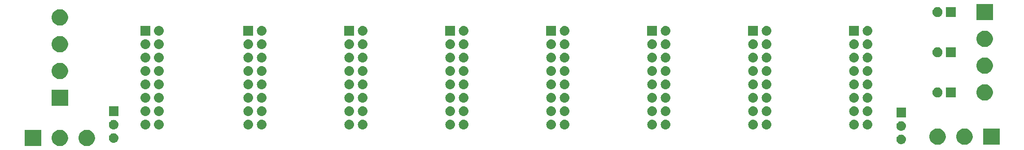
<source format=gbr>
G04 #@! TF.GenerationSoftware,KiCad,Pcbnew,(5.1.2-1)-1*
G04 #@! TF.CreationDate,2019-08-21T10:52:07-07:00*
G04 #@! TF.ProjectId,ER_Bus_Board,45525f42-7573-45f4-926f-6172642e6b69,rev?*
G04 #@! TF.SameCoordinates,Original*
G04 #@! TF.FileFunction,Soldermask,Bot*
G04 #@! TF.FilePolarity,Negative*
%FSLAX46Y46*%
G04 Gerber Fmt 4.6, Leading zero omitted, Abs format (unit mm)*
G04 Created by KiCad (PCBNEW (5.1.2-1)-1) date 2019-08-21 10:52:07*
%MOMM*%
%LPD*%
G04 APERTURE LIST*
%ADD10C,0.100000*%
G04 APERTURE END LIST*
D10*
G36*
X94282585Y-89918802D02*
G01*
X94432410Y-89948604D01*
X94714674Y-90065521D01*
X94968705Y-90235259D01*
X95184741Y-90451295D01*
X95354479Y-90705326D01*
X95471396Y-90987590D01*
X95501198Y-91137415D01*
X95511859Y-91191009D01*
X95531000Y-91287240D01*
X95531000Y-91592760D01*
X95471396Y-91892410D01*
X95354479Y-92174674D01*
X95184741Y-92428705D01*
X94968705Y-92644741D01*
X94714674Y-92814479D01*
X94432410Y-92931396D01*
X94282585Y-92961198D01*
X94132761Y-92991000D01*
X93827239Y-92991000D01*
X93677415Y-92961198D01*
X93527590Y-92931396D01*
X93245326Y-92814479D01*
X92991295Y-92644741D01*
X92775259Y-92428705D01*
X92605521Y-92174674D01*
X92488604Y-91892410D01*
X92429000Y-91592760D01*
X92429000Y-91287240D01*
X92448142Y-91191009D01*
X92458802Y-91137415D01*
X92488604Y-90987590D01*
X92605521Y-90705326D01*
X92775259Y-90451295D01*
X92991295Y-90235259D01*
X93245326Y-90065521D01*
X93527590Y-89948604D01*
X93677415Y-89918802D01*
X93827239Y-89889000D01*
X94132761Y-89889000D01*
X94282585Y-89918802D01*
X94282585Y-89918802D01*
G37*
G36*
X89202585Y-89918802D02*
G01*
X89352410Y-89948604D01*
X89634674Y-90065521D01*
X89888705Y-90235259D01*
X90104741Y-90451295D01*
X90274479Y-90705326D01*
X90391396Y-90987590D01*
X90421198Y-91137415D01*
X90431859Y-91191009D01*
X90451000Y-91287240D01*
X90451000Y-91592760D01*
X90391396Y-91892410D01*
X90274479Y-92174674D01*
X90104741Y-92428705D01*
X89888705Y-92644741D01*
X89634674Y-92814479D01*
X89352410Y-92931396D01*
X89202585Y-92961198D01*
X89052761Y-92991000D01*
X88747239Y-92991000D01*
X88597415Y-92961198D01*
X88447590Y-92931396D01*
X88165326Y-92814479D01*
X87911295Y-92644741D01*
X87695259Y-92428705D01*
X87525521Y-92174674D01*
X87408604Y-91892410D01*
X87349000Y-91592760D01*
X87349000Y-91287240D01*
X87368142Y-91191009D01*
X87378802Y-91137415D01*
X87408604Y-90987590D01*
X87525521Y-90705326D01*
X87695259Y-90451295D01*
X87911295Y-90235259D01*
X88165326Y-90065521D01*
X88447590Y-89948604D01*
X88597415Y-89918802D01*
X88747239Y-89889000D01*
X89052761Y-89889000D01*
X89202585Y-89918802D01*
X89202585Y-89918802D01*
G37*
G36*
X85371000Y-92991000D02*
G01*
X82269000Y-92991000D01*
X82269000Y-89889000D01*
X85371000Y-89889000D01*
X85371000Y-92991000D01*
X85371000Y-92991000D01*
G37*
G36*
X254807262Y-89664141D02*
G01*
X254960410Y-89694604D01*
X255242674Y-89811521D01*
X255496705Y-89981259D01*
X255712741Y-90197295D01*
X255882479Y-90451326D01*
X255999396Y-90733590D01*
X256024055Y-90857558D01*
X256039859Y-90937009D01*
X256059000Y-91033240D01*
X256059000Y-91338760D01*
X255999396Y-91638410D01*
X255882479Y-91920674D01*
X255712741Y-92174705D01*
X255496705Y-92390741D01*
X255242674Y-92560479D01*
X254960410Y-92677396D01*
X254810585Y-92707198D01*
X254660761Y-92737000D01*
X254355239Y-92737000D01*
X254205415Y-92707198D01*
X254055590Y-92677396D01*
X253773326Y-92560479D01*
X253519295Y-92390741D01*
X253303259Y-92174705D01*
X253133521Y-91920674D01*
X253016604Y-91638410D01*
X252957000Y-91338760D01*
X252957000Y-91033240D01*
X252976142Y-90937009D01*
X252991945Y-90857558D01*
X253016604Y-90733590D01*
X253133521Y-90451326D01*
X253303259Y-90197295D01*
X253519295Y-89981259D01*
X253773326Y-89811521D01*
X254055590Y-89694604D01*
X254208738Y-89664141D01*
X254355239Y-89635000D01*
X254660761Y-89635000D01*
X254807262Y-89664141D01*
X254807262Y-89664141D01*
G37*
G36*
X259887262Y-89664141D02*
G01*
X260040410Y-89694604D01*
X260322674Y-89811521D01*
X260576705Y-89981259D01*
X260792741Y-90197295D01*
X260962479Y-90451326D01*
X261079396Y-90733590D01*
X261104055Y-90857558D01*
X261119859Y-90937009D01*
X261139000Y-91033240D01*
X261139000Y-91338760D01*
X261079396Y-91638410D01*
X260962479Y-91920674D01*
X260792741Y-92174705D01*
X260576705Y-92390741D01*
X260322674Y-92560479D01*
X260040410Y-92677396D01*
X259890585Y-92707198D01*
X259740761Y-92737000D01*
X259435239Y-92737000D01*
X259285415Y-92707198D01*
X259135590Y-92677396D01*
X258853326Y-92560479D01*
X258599295Y-92390741D01*
X258383259Y-92174705D01*
X258213521Y-91920674D01*
X258096604Y-91638410D01*
X258037000Y-91338760D01*
X258037000Y-91033240D01*
X258056142Y-90937009D01*
X258071945Y-90857558D01*
X258096604Y-90733590D01*
X258213521Y-90451326D01*
X258383259Y-90197295D01*
X258599295Y-89981259D01*
X258853326Y-89811521D01*
X259135590Y-89694604D01*
X259288738Y-89664141D01*
X259435239Y-89635000D01*
X259740761Y-89635000D01*
X259887262Y-89664141D01*
X259887262Y-89664141D01*
G37*
G36*
X266219000Y-92737000D02*
G01*
X263117000Y-92737000D01*
X263117000Y-89635000D01*
X266219000Y-89635000D01*
X266219000Y-92737000D01*
X266219000Y-92737000D01*
G37*
G36*
X247760443Y-90799519D02*
G01*
X247826627Y-90806037D01*
X247996466Y-90857557D01*
X248152991Y-90941222D01*
X248188729Y-90970552D01*
X248290186Y-91053814D01*
X248373448Y-91155271D01*
X248402778Y-91191009D01*
X248486443Y-91347534D01*
X248537963Y-91517373D01*
X248555359Y-91694000D01*
X248537963Y-91870627D01*
X248486443Y-92040466D01*
X248402778Y-92196991D01*
X248373448Y-92232729D01*
X248290186Y-92334186D01*
X248188729Y-92417448D01*
X248152991Y-92446778D01*
X247996466Y-92530443D01*
X247826627Y-92581963D01*
X247760443Y-92588481D01*
X247694260Y-92595000D01*
X247605740Y-92595000D01*
X247539557Y-92588481D01*
X247473373Y-92581963D01*
X247303534Y-92530443D01*
X247147009Y-92446778D01*
X247111271Y-92417448D01*
X247009814Y-92334186D01*
X246926552Y-92232729D01*
X246897222Y-92196991D01*
X246813557Y-92040466D01*
X246762037Y-91870627D01*
X246744641Y-91694000D01*
X246762037Y-91517373D01*
X246813557Y-91347534D01*
X246897222Y-91191009D01*
X246926552Y-91155271D01*
X247009814Y-91053814D01*
X247111271Y-90970552D01*
X247147009Y-90941222D01*
X247303534Y-90857557D01*
X247473373Y-90806037D01*
X247539557Y-90799519D01*
X247605740Y-90793000D01*
X247694260Y-90793000D01*
X247760443Y-90799519D01*
X247760443Y-90799519D01*
G37*
G36*
X99170443Y-90545519D02*
G01*
X99236627Y-90552037D01*
X99406466Y-90603557D01*
X99562991Y-90687222D01*
X99585053Y-90705328D01*
X99700186Y-90799814D01*
X99783448Y-90901271D01*
X99812778Y-90937009D01*
X99896443Y-91093534D01*
X99947963Y-91263373D01*
X99965359Y-91440000D01*
X99947963Y-91616627D01*
X99896443Y-91786466D01*
X99812778Y-91942991D01*
X99783448Y-91978729D01*
X99700186Y-92080186D01*
X99598729Y-92163448D01*
X99562991Y-92192778D01*
X99406466Y-92276443D01*
X99236627Y-92327963D01*
X99173453Y-92334185D01*
X99104260Y-92341000D01*
X99015740Y-92341000D01*
X98946547Y-92334185D01*
X98883373Y-92327963D01*
X98713534Y-92276443D01*
X98557009Y-92192778D01*
X98521271Y-92163448D01*
X98419814Y-92080186D01*
X98336552Y-91978729D01*
X98307222Y-91942991D01*
X98223557Y-91786466D01*
X98172037Y-91616627D01*
X98154641Y-91440000D01*
X98172037Y-91263373D01*
X98223557Y-91093534D01*
X98307222Y-90937009D01*
X98336552Y-90901271D01*
X98419814Y-90799814D01*
X98534947Y-90705328D01*
X98557009Y-90687222D01*
X98713534Y-90603557D01*
X98883373Y-90552037D01*
X98949557Y-90545519D01*
X99015740Y-90539000D01*
X99104260Y-90539000D01*
X99170443Y-90545519D01*
X99170443Y-90545519D01*
G37*
G36*
X247760443Y-88259519D02*
G01*
X247826627Y-88266037D01*
X247996466Y-88317557D01*
X248152991Y-88401222D01*
X248188729Y-88430552D01*
X248290186Y-88513814D01*
X248373448Y-88615271D01*
X248402778Y-88651009D01*
X248486443Y-88807534D01*
X248537963Y-88977373D01*
X248555359Y-89154000D01*
X248537963Y-89330627D01*
X248486443Y-89500466D01*
X248402778Y-89656991D01*
X248396910Y-89664141D01*
X248290186Y-89794186D01*
X248188729Y-89877448D01*
X248152991Y-89906778D01*
X247996466Y-89990443D01*
X247826627Y-90041963D01*
X247760443Y-90048481D01*
X247694260Y-90055000D01*
X247605740Y-90055000D01*
X247539557Y-90048481D01*
X247473373Y-90041963D01*
X247303534Y-89990443D01*
X247147009Y-89906778D01*
X247111271Y-89877448D01*
X247009814Y-89794186D01*
X246903090Y-89664141D01*
X246897222Y-89656991D01*
X246813557Y-89500466D01*
X246762037Y-89330627D01*
X246744641Y-89154000D01*
X246762037Y-88977373D01*
X246813557Y-88807534D01*
X246897222Y-88651009D01*
X246926552Y-88615271D01*
X247009814Y-88513814D01*
X247111271Y-88430552D01*
X247147009Y-88401222D01*
X247303534Y-88317557D01*
X247473373Y-88266037D01*
X247539558Y-88259518D01*
X247605740Y-88253000D01*
X247694260Y-88253000D01*
X247760443Y-88259519D01*
X247760443Y-88259519D01*
G37*
G36*
X162739294Y-87998633D02*
G01*
X162911695Y-88050931D01*
X163070583Y-88135858D01*
X163209849Y-88250151D01*
X163324142Y-88389417D01*
X163409069Y-88548305D01*
X163461367Y-88720706D01*
X163479025Y-88900000D01*
X163461367Y-89079294D01*
X163409069Y-89251695D01*
X163324142Y-89410583D01*
X163209849Y-89549849D01*
X163070583Y-89664142D01*
X162911695Y-89749069D01*
X162739294Y-89801367D01*
X162604931Y-89814600D01*
X162515069Y-89814600D01*
X162380706Y-89801367D01*
X162208305Y-89749069D01*
X162049417Y-89664142D01*
X161910151Y-89549849D01*
X161795858Y-89410583D01*
X161710931Y-89251695D01*
X161658633Y-89079294D01*
X161640975Y-88900000D01*
X161658633Y-88720706D01*
X161710931Y-88548305D01*
X161795858Y-88389417D01*
X161910151Y-88250151D01*
X162049417Y-88135858D01*
X162208305Y-88050931D01*
X162380706Y-87998633D01*
X162515069Y-87985400D01*
X162604931Y-87985400D01*
X162739294Y-87998633D01*
X162739294Y-87998633D01*
G37*
G36*
X146229294Y-87998633D02*
G01*
X146401695Y-88050931D01*
X146560583Y-88135858D01*
X146699849Y-88250151D01*
X146814142Y-88389417D01*
X146899069Y-88548305D01*
X146951367Y-88720706D01*
X146969025Y-88900000D01*
X146951367Y-89079294D01*
X146899069Y-89251695D01*
X146814142Y-89410583D01*
X146699849Y-89549849D01*
X146560583Y-89664142D01*
X146401695Y-89749069D01*
X146229294Y-89801367D01*
X146094931Y-89814600D01*
X146005069Y-89814600D01*
X145870706Y-89801367D01*
X145698305Y-89749069D01*
X145539417Y-89664142D01*
X145400151Y-89549849D01*
X145285858Y-89410583D01*
X145200931Y-89251695D01*
X145148633Y-89079294D01*
X145130975Y-88900000D01*
X145148633Y-88720706D01*
X145200931Y-88548305D01*
X145285858Y-88389417D01*
X145400151Y-88250151D01*
X145539417Y-88135858D01*
X145698305Y-88050931D01*
X145870706Y-87998633D01*
X146005069Y-87985400D01*
X146094931Y-87985400D01*
X146229294Y-87998633D01*
X146229294Y-87998633D01*
G37*
G36*
X143689294Y-87998633D02*
G01*
X143861695Y-88050931D01*
X144020583Y-88135858D01*
X144159849Y-88250151D01*
X144274142Y-88389417D01*
X144359069Y-88548305D01*
X144411367Y-88720706D01*
X144429025Y-88900000D01*
X144411367Y-89079294D01*
X144359069Y-89251695D01*
X144274142Y-89410583D01*
X144159849Y-89549849D01*
X144020583Y-89664142D01*
X143861695Y-89749069D01*
X143689294Y-89801367D01*
X143554931Y-89814600D01*
X143465069Y-89814600D01*
X143330706Y-89801367D01*
X143158305Y-89749069D01*
X142999417Y-89664142D01*
X142860151Y-89549849D01*
X142745858Y-89410583D01*
X142660931Y-89251695D01*
X142608633Y-89079294D01*
X142590975Y-88900000D01*
X142608633Y-88720706D01*
X142660931Y-88548305D01*
X142745858Y-88389417D01*
X142860151Y-88250151D01*
X142999417Y-88135858D01*
X143158305Y-88050931D01*
X143330706Y-87998633D01*
X143465069Y-87985400D01*
X143554931Y-87985400D01*
X143689294Y-87998633D01*
X143689294Y-87998633D01*
G37*
G36*
X127179294Y-87998633D02*
G01*
X127351695Y-88050931D01*
X127510583Y-88135858D01*
X127649849Y-88250151D01*
X127764142Y-88389417D01*
X127849069Y-88548305D01*
X127901367Y-88720706D01*
X127919025Y-88900000D01*
X127901367Y-89079294D01*
X127849069Y-89251695D01*
X127764142Y-89410583D01*
X127649849Y-89549849D01*
X127510583Y-89664142D01*
X127351695Y-89749069D01*
X127179294Y-89801367D01*
X127044931Y-89814600D01*
X126955069Y-89814600D01*
X126820706Y-89801367D01*
X126648305Y-89749069D01*
X126489417Y-89664142D01*
X126350151Y-89549849D01*
X126235858Y-89410583D01*
X126150931Y-89251695D01*
X126098633Y-89079294D01*
X126080975Y-88900000D01*
X126098633Y-88720706D01*
X126150931Y-88548305D01*
X126235858Y-88389417D01*
X126350151Y-88250151D01*
X126489417Y-88135858D01*
X126648305Y-88050931D01*
X126820706Y-87998633D01*
X126955069Y-87985400D01*
X127044931Y-87985400D01*
X127179294Y-87998633D01*
X127179294Y-87998633D01*
G37*
G36*
X124639294Y-87998633D02*
G01*
X124811695Y-88050931D01*
X124970583Y-88135858D01*
X125109849Y-88250151D01*
X125224142Y-88389417D01*
X125309069Y-88548305D01*
X125361367Y-88720706D01*
X125379025Y-88900000D01*
X125361367Y-89079294D01*
X125309069Y-89251695D01*
X125224142Y-89410583D01*
X125109849Y-89549849D01*
X124970583Y-89664142D01*
X124811695Y-89749069D01*
X124639294Y-89801367D01*
X124504931Y-89814600D01*
X124415069Y-89814600D01*
X124280706Y-89801367D01*
X124108305Y-89749069D01*
X123949417Y-89664142D01*
X123810151Y-89549849D01*
X123695858Y-89410583D01*
X123610931Y-89251695D01*
X123558633Y-89079294D01*
X123540975Y-88900000D01*
X123558633Y-88720706D01*
X123610931Y-88548305D01*
X123695858Y-88389417D01*
X123810151Y-88250151D01*
X123949417Y-88135858D01*
X124108305Y-88050931D01*
X124280706Y-87998633D01*
X124415069Y-87985400D01*
X124504931Y-87985400D01*
X124639294Y-87998633D01*
X124639294Y-87998633D01*
G37*
G36*
X107780295Y-87998633D02*
G01*
X107952696Y-88050931D01*
X108111584Y-88135858D01*
X108250850Y-88250151D01*
X108365143Y-88389417D01*
X108450070Y-88548305D01*
X108502368Y-88720706D01*
X108520026Y-88900000D01*
X108502368Y-89079294D01*
X108450070Y-89251695D01*
X108365143Y-89410583D01*
X108250850Y-89549849D01*
X108111584Y-89664142D01*
X107952696Y-89749069D01*
X107780295Y-89801367D01*
X107645932Y-89814600D01*
X107556070Y-89814600D01*
X107421707Y-89801367D01*
X107249306Y-89749069D01*
X107090418Y-89664142D01*
X106951152Y-89549849D01*
X106836859Y-89410583D01*
X106751932Y-89251695D01*
X106699634Y-89079294D01*
X106681976Y-88900000D01*
X106699634Y-88720706D01*
X106751932Y-88548305D01*
X106836859Y-88389417D01*
X106951152Y-88250151D01*
X107090418Y-88135858D01*
X107249306Y-88050931D01*
X107421707Y-87998633D01*
X107556070Y-87985400D01*
X107645932Y-87985400D01*
X107780295Y-87998633D01*
X107780295Y-87998633D01*
G37*
G36*
X105240295Y-87998633D02*
G01*
X105412696Y-88050931D01*
X105571584Y-88135858D01*
X105710850Y-88250151D01*
X105825143Y-88389417D01*
X105910070Y-88548305D01*
X105962368Y-88720706D01*
X105980026Y-88900000D01*
X105962368Y-89079294D01*
X105910070Y-89251695D01*
X105825143Y-89410583D01*
X105710850Y-89549849D01*
X105571584Y-89664142D01*
X105412696Y-89749069D01*
X105240295Y-89801367D01*
X105105932Y-89814600D01*
X105016070Y-89814600D01*
X104881707Y-89801367D01*
X104709306Y-89749069D01*
X104550418Y-89664142D01*
X104411152Y-89549849D01*
X104296859Y-89410583D01*
X104211932Y-89251695D01*
X104159634Y-89079294D01*
X104141976Y-88900000D01*
X104159634Y-88720706D01*
X104211932Y-88548305D01*
X104296859Y-88389417D01*
X104411152Y-88250151D01*
X104550418Y-88135858D01*
X104709306Y-88050931D01*
X104881707Y-87998633D01*
X105016070Y-87985400D01*
X105105932Y-87985400D01*
X105240295Y-87998633D01*
X105240295Y-87998633D01*
G37*
G36*
X200839294Y-87998633D02*
G01*
X201011695Y-88050931D01*
X201170583Y-88135858D01*
X201309849Y-88250151D01*
X201424142Y-88389417D01*
X201509069Y-88548305D01*
X201561367Y-88720706D01*
X201579025Y-88900000D01*
X201561367Y-89079294D01*
X201509069Y-89251695D01*
X201424142Y-89410583D01*
X201309849Y-89549849D01*
X201170583Y-89664142D01*
X201011695Y-89749069D01*
X200839294Y-89801367D01*
X200704931Y-89814600D01*
X200615069Y-89814600D01*
X200480706Y-89801367D01*
X200308305Y-89749069D01*
X200149417Y-89664142D01*
X200010151Y-89549849D01*
X199895858Y-89410583D01*
X199810931Y-89251695D01*
X199758633Y-89079294D01*
X199740975Y-88900000D01*
X199758633Y-88720706D01*
X199810931Y-88548305D01*
X199895858Y-88389417D01*
X200010151Y-88250151D01*
X200149417Y-88135858D01*
X200308305Y-88050931D01*
X200480706Y-87998633D01*
X200615069Y-87985400D01*
X200704931Y-87985400D01*
X200839294Y-87998633D01*
X200839294Y-87998633D01*
G37*
G36*
X203379294Y-87998633D02*
G01*
X203551695Y-88050931D01*
X203710583Y-88135858D01*
X203849849Y-88250151D01*
X203964142Y-88389417D01*
X204049069Y-88548305D01*
X204101367Y-88720706D01*
X204119025Y-88900000D01*
X204101367Y-89079294D01*
X204049069Y-89251695D01*
X203964142Y-89410583D01*
X203849849Y-89549849D01*
X203710583Y-89664142D01*
X203551695Y-89749069D01*
X203379294Y-89801367D01*
X203244931Y-89814600D01*
X203155069Y-89814600D01*
X203020706Y-89801367D01*
X202848305Y-89749069D01*
X202689417Y-89664142D01*
X202550151Y-89549849D01*
X202435858Y-89410583D01*
X202350931Y-89251695D01*
X202298633Y-89079294D01*
X202280975Y-88900000D01*
X202298633Y-88720706D01*
X202350931Y-88548305D01*
X202435858Y-88389417D01*
X202550151Y-88250151D01*
X202689417Y-88135858D01*
X202848305Y-88050931D01*
X203020706Y-87998633D01*
X203155069Y-87985400D01*
X203244931Y-87985400D01*
X203379294Y-87998633D01*
X203379294Y-87998633D01*
G37*
G36*
X165279294Y-87998633D02*
G01*
X165451695Y-88050931D01*
X165610583Y-88135858D01*
X165749849Y-88250151D01*
X165864142Y-88389417D01*
X165949069Y-88548305D01*
X166001367Y-88720706D01*
X166019025Y-88900000D01*
X166001367Y-89079294D01*
X165949069Y-89251695D01*
X165864142Y-89410583D01*
X165749849Y-89549849D01*
X165610583Y-89664142D01*
X165451695Y-89749069D01*
X165279294Y-89801367D01*
X165144931Y-89814600D01*
X165055069Y-89814600D01*
X164920706Y-89801367D01*
X164748305Y-89749069D01*
X164589417Y-89664142D01*
X164450151Y-89549849D01*
X164335858Y-89410583D01*
X164250931Y-89251695D01*
X164198633Y-89079294D01*
X164180975Y-88900000D01*
X164198633Y-88720706D01*
X164250931Y-88548305D01*
X164335858Y-88389417D01*
X164450151Y-88250151D01*
X164589417Y-88135858D01*
X164748305Y-88050931D01*
X164920706Y-87998633D01*
X165055069Y-87985400D01*
X165144931Y-87985400D01*
X165279294Y-87998633D01*
X165279294Y-87998633D01*
G37*
G36*
X184329294Y-87998633D02*
G01*
X184501695Y-88050931D01*
X184660583Y-88135858D01*
X184799849Y-88250151D01*
X184914142Y-88389417D01*
X184999069Y-88548305D01*
X185051367Y-88720706D01*
X185069025Y-88900000D01*
X185051367Y-89079294D01*
X184999069Y-89251695D01*
X184914142Y-89410583D01*
X184799849Y-89549849D01*
X184660583Y-89664142D01*
X184501695Y-89749069D01*
X184329294Y-89801367D01*
X184194931Y-89814600D01*
X184105069Y-89814600D01*
X183970706Y-89801367D01*
X183798305Y-89749069D01*
X183639417Y-89664142D01*
X183500151Y-89549849D01*
X183385858Y-89410583D01*
X183300931Y-89251695D01*
X183248633Y-89079294D01*
X183230975Y-88900000D01*
X183248633Y-88720706D01*
X183300931Y-88548305D01*
X183385858Y-88389417D01*
X183500151Y-88250151D01*
X183639417Y-88135858D01*
X183798305Y-88050931D01*
X183970706Y-87998633D01*
X184105069Y-87985400D01*
X184194931Y-87985400D01*
X184329294Y-87998633D01*
X184329294Y-87998633D01*
G37*
G36*
X181789294Y-87998633D02*
G01*
X181961695Y-88050931D01*
X182120583Y-88135858D01*
X182259849Y-88250151D01*
X182374142Y-88389417D01*
X182459069Y-88548305D01*
X182511367Y-88720706D01*
X182529025Y-88900000D01*
X182511367Y-89079294D01*
X182459069Y-89251695D01*
X182374142Y-89410583D01*
X182259849Y-89549849D01*
X182120583Y-89664142D01*
X181961695Y-89749069D01*
X181789294Y-89801367D01*
X181654931Y-89814600D01*
X181565069Y-89814600D01*
X181430706Y-89801367D01*
X181258305Y-89749069D01*
X181099417Y-89664142D01*
X180960151Y-89549849D01*
X180845858Y-89410583D01*
X180760931Y-89251695D01*
X180708633Y-89079294D01*
X180690975Y-88900000D01*
X180708633Y-88720706D01*
X180760931Y-88548305D01*
X180845858Y-88389417D01*
X180960151Y-88250151D01*
X181099417Y-88135858D01*
X181258305Y-88050931D01*
X181430706Y-87998633D01*
X181565069Y-87985400D01*
X181654931Y-87985400D01*
X181789294Y-87998633D01*
X181789294Y-87998633D01*
G37*
G36*
X241479294Y-87998633D02*
G01*
X241651695Y-88050931D01*
X241810583Y-88135858D01*
X241949849Y-88250151D01*
X242064142Y-88389417D01*
X242149069Y-88548305D01*
X242201367Y-88720706D01*
X242219025Y-88900000D01*
X242201367Y-89079294D01*
X242149069Y-89251695D01*
X242064142Y-89410583D01*
X241949849Y-89549849D01*
X241810583Y-89664142D01*
X241651695Y-89749069D01*
X241479294Y-89801367D01*
X241344931Y-89814600D01*
X241255069Y-89814600D01*
X241120706Y-89801367D01*
X240948305Y-89749069D01*
X240789417Y-89664142D01*
X240650151Y-89549849D01*
X240535858Y-89410583D01*
X240450931Y-89251695D01*
X240398633Y-89079294D01*
X240380975Y-88900000D01*
X240398633Y-88720706D01*
X240450931Y-88548305D01*
X240535858Y-88389417D01*
X240650151Y-88250151D01*
X240789417Y-88135858D01*
X240948305Y-88050931D01*
X241120706Y-87998633D01*
X241255069Y-87985400D01*
X241344931Y-87985400D01*
X241479294Y-87998633D01*
X241479294Y-87998633D01*
G37*
G36*
X222429294Y-87998633D02*
G01*
X222601695Y-88050931D01*
X222760583Y-88135858D01*
X222899849Y-88250151D01*
X223014142Y-88389417D01*
X223099069Y-88548305D01*
X223151367Y-88720706D01*
X223169025Y-88900000D01*
X223151367Y-89079294D01*
X223099069Y-89251695D01*
X223014142Y-89410583D01*
X222899849Y-89549849D01*
X222760583Y-89664142D01*
X222601695Y-89749069D01*
X222429294Y-89801367D01*
X222294931Y-89814600D01*
X222205069Y-89814600D01*
X222070706Y-89801367D01*
X221898305Y-89749069D01*
X221739417Y-89664142D01*
X221600151Y-89549849D01*
X221485858Y-89410583D01*
X221400931Y-89251695D01*
X221348633Y-89079294D01*
X221330975Y-88900000D01*
X221348633Y-88720706D01*
X221400931Y-88548305D01*
X221485858Y-88389417D01*
X221600151Y-88250151D01*
X221739417Y-88135858D01*
X221898305Y-88050931D01*
X222070706Y-87998633D01*
X222205069Y-87985400D01*
X222294931Y-87985400D01*
X222429294Y-87998633D01*
X222429294Y-87998633D01*
G37*
G36*
X219889294Y-87998633D02*
G01*
X220061695Y-88050931D01*
X220220583Y-88135858D01*
X220359849Y-88250151D01*
X220474142Y-88389417D01*
X220559069Y-88548305D01*
X220611367Y-88720706D01*
X220629025Y-88900000D01*
X220611367Y-89079294D01*
X220559069Y-89251695D01*
X220474142Y-89410583D01*
X220359849Y-89549849D01*
X220220583Y-89664142D01*
X220061695Y-89749069D01*
X219889294Y-89801367D01*
X219754931Y-89814600D01*
X219665069Y-89814600D01*
X219530706Y-89801367D01*
X219358305Y-89749069D01*
X219199417Y-89664142D01*
X219060151Y-89549849D01*
X218945858Y-89410583D01*
X218860931Y-89251695D01*
X218808633Y-89079294D01*
X218790975Y-88900000D01*
X218808633Y-88720706D01*
X218860931Y-88548305D01*
X218945858Y-88389417D01*
X219060151Y-88250151D01*
X219199417Y-88135858D01*
X219358305Y-88050931D01*
X219530706Y-87998633D01*
X219665069Y-87985400D01*
X219754931Y-87985400D01*
X219889294Y-87998633D01*
X219889294Y-87998633D01*
G37*
G36*
X238939294Y-87998633D02*
G01*
X239111695Y-88050931D01*
X239270583Y-88135858D01*
X239409849Y-88250151D01*
X239524142Y-88389417D01*
X239609069Y-88548305D01*
X239661367Y-88720706D01*
X239679025Y-88900000D01*
X239661367Y-89079294D01*
X239609069Y-89251695D01*
X239524142Y-89410583D01*
X239409849Y-89549849D01*
X239270583Y-89664142D01*
X239111695Y-89749069D01*
X238939294Y-89801367D01*
X238804931Y-89814600D01*
X238715069Y-89814600D01*
X238580706Y-89801367D01*
X238408305Y-89749069D01*
X238249417Y-89664142D01*
X238110151Y-89549849D01*
X237995858Y-89410583D01*
X237910931Y-89251695D01*
X237858633Y-89079294D01*
X237840975Y-88900000D01*
X237858633Y-88720706D01*
X237910931Y-88548305D01*
X237995858Y-88389417D01*
X238110151Y-88250151D01*
X238249417Y-88135858D01*
X238408305Y-88050931D01*
X238580706Y-87998633D01*
X238715069Y-87985400D01*
X238804931Y-87985400D01*
X238939294Y-87998633D01*
X238939294Y-87998633D01*
G37*
G36*
X99170443Y-88005519D02*
G01*
X99236627Y-88012037D01*
X99406466Y-88063557D01*
X99562991Y-88147222D01*
X99598729Y-88176552D01*
X99700186Y-88259814D01*
X99783448Y-88361271D01*
X99812778Y-88397009D01*
X99812779Y-88397011D01*
X99893648Y-88548304D01*
X99896443Y-88553534D01*
X99947963Y-88723373D01*
X99965359Y-88900000D01*
X99947963Y-89076627D01*
X99924492Y-89154000D01*
X99896442Y-89246468D01*
X99854611Y-89324728D01*
X99812778Y-89402991D01*
X99806547Y-89410583D01*
X99700186Y-89540186D01*
X99598729Y-89623448D01*
X99562991Y-89652778D01*
X99406466Y-89736443D01*
X99236627Y-89787963D01*
X99173453Y-89794185D01*
X99104260Y-89801000D01*
X99015740Y-89801000D01*
X98946547Y-89794185D01*
X98883373Y-89787963D01*
X98713534Y-89736443D01*
X98557009Y-89652778D01*
X98521271Y-89623448D01*
X98419814Y-89540186D01*
X98313453Y-89410583D01*
X98307222Y-89402991D01*
X98265389Y-89324728D01*
X98223558Y-89246468D01*
X98195508Y-89154000D01*
X98172037Y-89076627D01*
X98154641Y-88900000D01*
X98172037Y-88723373D01*
X98223557Y-88553534D01*
X98226353Y-88548304D01*
X98307221Y-88397011D01*
X98307222Y-88397009D01*
X98336552Y-88361271D01*
X98419814Y-88259814D01*
X98521271Y-88176552D01*
X98557009Y-88147222D01*
X98713534Y-88063557D01*
X98883373Y-88012037D01*
X98949557Y-88005519D01*
X99015740Y-87999000D01*
X99104260Y-87999000D01*
X99170443Y-88005519D01*
X99170443Y-88005519D01*
G37*
G36*
X248551000Y-87515000D02*
G01*
X246749000Y-87515000D01*
X246749000Y-85713000D01*
X248551000Y-85713000D01*
X248551000Y-87515000D01*
X248551000Y-87515000D01*
G37*
G36*
X162739294Y-85458633D02*
G01*
X162911695Y-85510931D01*
X163070583Y-85595858D01*
X163209849Y-85710151D01*
X163324142Y-85849417D01*
X163409069Y-86008305D01*
X163461367Y-86180706D01*
X163479025Y-86360000D01*
X163461367Y-86539294D01*
X163409069Y-86711695D01*
X163324142Y-86870583D01*
X163209849Y-87009849D01*
X163070583Y-87124142D01*
X162911695Y-87209069D01*
X162739294Y-87261367D01*
X162604931Y-87274600D01*
X162515069Y-87274600D01*
X162380706Y-87261367D01*
X162208305Y-87209069D01*
X162049417Y-87124142D01*
X161910151Y-87009849D01*
X161795858Y-86870583D01*
X161710931Y-86711695D01*
X161658633Y-86539294D01*
X161640975Y-86360000D01*
X161658633Y-86180706D01*
X161710931Y-86008305D01*
X161795858Y-85849417D01*
X161910151Y-85710151D01*
X162049417Y-85595858D01*
X162208305Y-85510931D01*
X162380706Y-85458633D01*
X162515069Y-85445400D01*
X162604931Y-85445400D01*
X162739294Y-85458633D01*
X162739294Y-85458633D01*
G37*
G36*
X200839294Y-85458633D02*
G01*
X201011695Y-85510931D01*
X201170583Y-85595858D01*
X201309849Y-85710151D01*
X201424142Y-85849417D01*
X201509069Y-86008305D01*
X201561367Y-86180706D01*
X201579025Y-86360000D01*
X201561367Y-86539294D01*
X201509069Y-86711695D01*
X201424142Y-86870583D01*
X201309849Y-87009849D01*
X201170583Y-87124142D01*
X201011695Y-87209069D01*
X200839294Y-87261367D01*
X200704931Y-87274600D01*
X200615069Y-87274600D01*
X200480706Y-87261367D01*
X200308305Y-87209069D01*
X200149417Y-87124142D01*
X200010151Y-87009849D01*
X199895858Y-86870583D01*
X199810931Y-86711695D01*
X199758633Y-86539294D01*
X199740975Y-86360000D01*
X199758633Y-86180706D01*
X199810931Y-86008305D01*
X199895858Y-85849417D01*
X200010151Y-85710151D01*
X200149417Y-85595858D01*
X200308305Y-85510931D01*
X200480706Y-85458633D01*
X200615069Y-85445400D01*
X200704931Y-85445400D01*
X200839294Y-85458633D01*
X200839294Y-85458633D01*
G37*
G36*
X241479294Y-85458633D02*
G01*
X241651695Y-85510931D01*
X241810583Y-85595858D01*
X241949849Y-85710151D01*
X242064142Y-85849417D01*
X242149069Y-86008305D01*
X242201367Y-86180706D01*
X242219025Y-86360000D01*
X242201367Y-86539294D01*
X242149069Y-86711695D01*
X242064142Y-86870583D01*
X241949849Y-87009849D01*
X241810583Y-87124142D01*
X241651695Y-87209069D01*
X241479294Y-87261367D01*
X241344931Y-87274600D01*
X241255069Y-87274600D01*
X241120706Y-87261367D01*
X240948305Y-87209069D01*
X240789417Y-87124142D01*
X240650151Y-87009849D01*
X240535858Y-86870583D01*
X240450931Y-86711695D01*
X240398633Y-86539294D01*
X240380975Y-86360000D01*
X240398633Y-86180706D01*
X240450931Y-86008305D01*
X240535858Y-85849417D01*
X240650151Y-85710151D01*
X240789417Y-85595858D01*
X240948305Y-85510931D01*
X241120706Y-85458633D01*
X241255069Y-85445400D01*
X241344931Y-85445400D01*
X241479294Y-85458633D01*
X241479294Y-85458633D01*
G37*
G36*
X238939294Y-85458633D02*
G01*
X239111695Y-85510931D01*
X239270583Y-85595858D01*
X239409849Y-85710151D01*
X239524142Y-85849417D01*
X239609069Y-86008305D01*
X239661367Y-86180706D01*
X239679025Y-86360000D01*
X239661367Y-86539294D01*
X239609069Y-86711695D01*
X239524142Y-86870583D01*
X239409849Y-87009849D01*
X239270583Y-87124142D01*
X239111695Y-87209069D01*
X238939294Y-87261367D01*
X238804931Y-87274600D01*
X238715069Y-87274600D01*
X238580706Y-87261367D01*
X238408305Y-87209069D01*
X238249417Y-87124142D01*
X238110151Y-87009849D01*
X237995858Y-86870583D01*
X237910931Y-86711695D01*
X237858633Y-86539294D01*
X237840975Y-86360000D01*
X237858633Y-86180706D01*
X237910931Y-86008305D01*
X237995858Y-85849417D01*
X238110151Y-85710151D01*
X238249417Y-85595858D01*
X238408305Y-85510931D01*
X238580706Y-85458633D01*
X238715069Y-85445400D01*
X238804931Y-85445400D01*
X238939294Y-85458633D01*
X238939294Y-85458633D01*
G37*
G36*
X219889294Y-85458633D02*
G01*
X220061695Y-85510931D01*
X220220583Y-85595858D01*
X220359849Y-85710151D01*
X220474142Y-85849417D01*
X220559069Y-86008305D01*
X220611367Y-86180706D01*
X220629025Y-86360000D01*
X220611367Y-86539294D01*
X220559069Y-86711695D01*
X220474142Y-86870583D01*
X220359849Y-87009849D01*
X220220583Y-87124142D01*
X220061695Y-87209069D01*
X219889294Y-87261367D01*
X219754931Y-87274600D01*
X219665069Y-87274600D01*
X219530706Y-87261367D01*
X219358305Y-87209069D01*
X219199417Y-87124142D01*
X219060151Y-87009849D01*
X218945858Y-86870583D01*
X218860931Y-86711695D01*
X218808633Y-86539294D01*
X218790975Y-86360000D01*
X218808633Y-86180706D01*
X218860931Y-86008305D01*
X218945858Y-85849417D01*
X219060151Y-85710151D01*
X219199417Y-85595858D01*
X219358305Y-85510931D01*
X219530706Y-85458633D01*
X219665069Y-85445400D01*
X219754931Y-85445400D01*
X219889294Y-85458633D01*
X219889294Y-85458633D01*
G37*
G36*
X222429294Y-85458633D02*
G01*
X222601695Y-85510931D01*
X222760583Y-85595858D01*
X222899849Y-85710151D01*
X223014142Y-85849417D01*
X223099069Y-86008305D01*
X223151367Y-86180706D01*
X223169025Y-86360000D01*
X223151367Y-86539294D01*
X223099069Y-86711695D01*
X223014142Y-86870583D01*
X222899849Y-87009849D01*
X222760583Y-87124142D01*
X222601695Y-87209069D01*
X222429294Y-87261367D01*
X222294931Y-87274600D01*
X222205069Y-87274600D01*
X222070706Y-87261367D01*
X221898305Y-87209069D01*
X221739417Y-87124142D01*
X221600151Y-87009849D01*
X221485858Y-86870583D01*
X221400931Y-86711695D01*
X221348633Y-86539294D01*
X221330975Y-86360000D01*
X221348633Y-86180706D01*
X221400931Y-86008305D01*
X221485858Y-85849417D01*
X221600151Y-85710151D01*
X221739417Y-85595858D01*
X221898305Y-85510931D01*
X222070706Y-85458633D01*
X222205069Y-85445400D01*
X222294931Y-85445400D01*
X222429294Y-85458633D01*
X222429294Y-85458633D01*
G37*
G36*
X107780295Y-85458633D02*
G01*
X107952696Y-85510931D01*
X108111584Y-85595858D01*
X108250850Y-85710151D01*
X108365143Y-85849417D01*
X108450070Y-86008305D01*
X108502368Y-86180706D01*
X108520026Y-86360000D01*
X108502368Y-86539294D01*
X108450070Y-86711695D01*
X108365143Y-86870583D01*
X108250850Y-87009849D01*
X108111584Y-87124142D01*
X107952696Y-87209069D01*
X107780295Y-87261367D01*
X107645932Y-87274600D01*
X107556070Y-87274600D01*
X107421707Y-87261367D01*
X107249306Y-87209069D01*
X107090418Y-87124142D01*
X106951152Y-87009849D01*
X106836859Y-86870583D01*
X106751932Y-86711695D01*
X106699634Y-86539294D01*
X106681976Y-86360000D01*
X106699634Y-86180706D01*
X106751932Y-86008305D01*
X106836859Y-85849417D01*
X106951152Y-85710151D01*
X107090418Y-85595858D01*
X107249306Y-85510931D01*
X107421707Y-85458633D01*
X107556070Y-85445400D01*
X107645932Y-85445400D01*
X107780295Y-85458633D01*
X107780295Y-85458633D01*
G37*
G36*
X105240295Y-85458633D02*
G01*
X105412696Y-85510931D01*
X105571584Y-85595858D01*
X105710850Y-85710151D01*
X105825143Y-85849417D01*
X105910070Y-86008305D01*
X105962368Y-86180706D01*
X105980026Y-86360000D01*
X105962368Y-86539294D01*
X105910070Y-86711695D01*
X105825143Y-86870583D01*
X105710850Y-87009849D01*
X105571584Y-87124142D01*
X105412696Y-87209069D01*
X105240295Y-87261367D01*
X105105932Y-87274600D01*
X105016070Y-87274600D01*
X104881707Y-87261367D01*
X104709306Y-87209069D01*
X104550418Y-87124142D01*
X104411152Y-87009849D01*
X104296859Y-86870583D01*
X104211932Y-86711695D01*
X104159634Y-86539294D01*
X104141976Y-86360000D01*
X104159634Y-86180706D01*
X104211932Y-86008305D01*
X104296859Y-85849417D01*
X104411152Y-85710151D01*
X104550418Y-85595858D01*
X104709306Y-85510931D01*
X104881707Y-85458633D01*
X105016070Y-85445400D01*
X105105932Y-85445400D01*
X105240295Y-85458633D01*
X105240295Y-85458633D01*
G37*
G36*
X165279294Y-85458633D02*
G01*
X165451695Y-85510931D01*
X165610583Y-85595858D01*
X165749849Y-85710151D01*
X165864142Y-85849417D01*
X165949069Y-86008305D01*
X166001367Y-86180706D01*
X166019025Y-86360000D01*
X166001367Y-86539294D01*
X165949069Y-86711695D01*
X165864142Y-86870583D01*
X165749849Y-87009849D01*
X165610583Y-87124142D01*
X165451695Y-87209069D01*
X165279294Y-87261367D01*
X165144931Y-87274600D01*
X165055069Y-87274600D01*
X164920706Y-87261367D01*
X164748305Y-87209069D01*
X164589417Y-87124142D01*
X164450151Y-87009849D01*
X164335858Y-86870583D01*
X164250931Y-86711695D01*
X164198633Y-86539294D01*
X164180975Y-86360000D01*
X164198633Y-86180706D01*
X164250931Y-86008305D01*
X164335858Y-85849417D01*
X164450151Y-85710151D01*
X164589417Y-85595858D01*
X164748305Y-85510931D01*
X164920706Y-85458633D01*
X165055069Y-85445400D01*
X165144931Y-85445400D01*
X165279294Y-85458633D01*
X165279294Y-85458633D01*
G37*
G36*
X184329294Y-85458633D02*
G01*
X184501695Y-85510931D01*
X184660583Y-85595858D01*
X184799849Y-85710151D01*
X184914142Y-85849417D01*
X184999069Y-86008305D01*
X185051367Y-86180706D01*
X185069025Y-86360000D01*
X185051367Y-86539294D01*
X184999069Y-86711695D01*
X184914142Y-86870583D01*
X184799849Y-87009849D01*
X184660583Y-87124142D01*
X184501695Y-87209069D01*
X184329294Y-87261367D01*
X184194931Y-87274600D01*
X184105069Y-87274600D01*
X183970706Y-87261367D01*
X183798305Y-87209069D01*
X183639417Y-87124142D01*
X183500151Y-87009849D01*
X183385858Y-86870583D01*
X183300931Y-86711695D01*
X183248633Y-86539294D01*
X183230975Y-86360000D01*
X183248633Y-86180706D01*
X183300931Y-86008305D01*
X183385858Y-85849417D01*
X183500151Y-85710151D01*
X183639417Y-85595858D01*
X183798305Y-85510931D01*
X183970706Y-85458633D01*
X184105069Y-85445400D01*
X184194931Y-85445400D01*
X184329294Y-85458633D01*
X184329294Y-85458633D01*
G37*
G36*
X181789294Y-85458633D02*
G01*
X181961695Y-85510931D01*
X182120583Y-85595858D01*
X182259849Y-85710151D01*
X182374142Y-85849417D01*
X182459069Y-86008305D01*
X182511367Y-86180706D01*
X182529025Y-86360000D01*
X182511367Y-86539294D01*
X182459069Y-86711695D01*
X182374142Y-86870583D01*
X182259849Y-87009849D01*
X182120583Y-87124142D01*
X181961695Y-87209069D01*
X181789294Y-87261367D01*
X181654931Y-87274600D01*
X181565069Y-87274600D01*
X181430706Y-87261367D01*
X181258305Y-87209069D01*
X181099417Y-87124142D01*
X180960151Y-87009849D01*
X180845858Y-86870583D01*
X180760931Y-86711695D01*
X180708633Y-86539294D01*
X180690975Y-86360000D01*
X180708633Y-86180706D01*
X180760931Y-86008305D01*
X180845858Y-85849417D01*
X180960151Y-85710151D01*
X181099417Y-85595858D01*
X181258305Y-85510931D01*
X181430706Y-85458633D01*
X181565069Y-85445400D01*
X181654931Y-85445400D01*
X181789294Y-85458633D01*
X181789294Y-85458633D01*
G37*
G36*
X124639294Y-85458633D02*
G01*
X124811695Y-85510931D01*
X124970583Y-85595858D01*
X125109849Y-85710151D01*
X125224142Y-85849417D01*
X125309069Y-86008305D01*
X125361367Y-86180706D01*
X125379025Y-86360000D01*
X125361367Y-86539294D01*
X125309069Y-86711695D01*
X125224142Y-86870583D01*
X125109849Y-87009849D01*
X124970583Y-87124142D01*
X124811695Y-87209069D01*
X124639294Y-87261367D01*
X124504931Y-87274600D01*
X124415069Y-87274600D01*
X124280706Y-87261367D01*
X124108305Y-87209069D01*
X123949417Y-87124142D01*
X123810151Y-87009849D01*
X123695858Y-86870583D01*
X123610931Y-86711695D01*
X123558633Y-86539294D01*
X123540975Y-86360000D01*
X123558633Y-86180706D01*
X123610931Y-86008305D01*
X123695858Y-85849417D01*
X123810151Y-85710151D01*
X123949417Y-85595858D01*
X124108305Y-85510931D01*
X124280706Y-85458633D01*
X124415069Y-85445400D01*
X124504931Y-85445400D01*
X124639294Y-85458633D01*
X124639294Y-85458633D01*
G37*
G36*
X203379294Y-85458633D02*
G01*
X203551695Y-85510931D01*
X203710583Y-85595858D01*
X203849849Y-85710151D01*
X203964142Y-85849417D01*
X204049069Y-86008305D01*
X204101367Y-86180706D01*
X204119025Y-86360000D01*
X204101367Y-86539294D01*
X204049069Y-86711695D01*
X203964142Y-86870583D01*
X203849849Y-87009849D01*
X203710583Y-87124142D01*
X203551695Y-87209069D01*
X203379294Y-87261367D01*
X203244931Y-87274600D01*
X203155069Y-87274600D01*
X203020706Y-87261367D01*
X202848305Y-87209069D01*
X202689417Y-87124142D01*
X202550151Y-87009849D01*
X202435858Y-86870583D01*
X202350931Y-86711695D01*
X202298633Y-86539294D01*
X202280975Y-86360000D01*
X202298633Y-86180706D01*
X202350931Y-86008305D01*
X202435858Y-85849417D01*
X202550151Y-85710151D01*
X202689417Y-85595858D01*
X202848305Y-85510931D01*
X203020706Y-85458633D01*
X203155069Y-85445400D01*
X203244931Y-85445400D01*
X203379294Y-85458633D01*
X203379294Y-85458633D01*
G37*
G36*
X143689294Y-85458633D02*
G01*
X143861695Y-85510931D01*
X144020583Y-85595858D01*
X144159849Y-85710151D01*
X144274142Y-85849417D01*
X144359069Y-86008305D01*
X144411367Y-86180706D01*
X144429025Y-86360000D01*
X144411367Y-86539294D01*
X144359069Y-86711695D01*
X144274142Y-86870583D01*
X144159849Y-87009849D01*
X144020583Y-87124142D01*
X143861695Y-87209069D01*
X143689294Y-87261367D01*
X143554931Y-87274600D01*
X143465069Y-87274600D01*
X143330706Y-87261367D01*
X143158305Y-87209069D01*
X142999417Y-87124142D01*
X142860151Y-87009849D01*
X142745858Y-86870583D01*
X142660931Y-86711695D01*
X142608633Y-86539294D01*
X142590975Y-86360000D01*
X142608633Y-86180706D01*
X142660931Y-86008305D01*
X142745858Y-85849417D01*
X142860151Y-85710151D01*
X142999417Y-85595858D01*
X143158305Y-85510931D01*
X143330706Y-85458633D01*
X143465069Y-85445400D01*
X143554931Y-85445400D01*
X143689294Y-85458633D01*
X143689294Y-85458633D01*
G37*
G36*
X146229294Y-85458633D02*
G01*
X146401695Y-85510931D01*
X146560583Y-85595858D01*
X146699849Y-85710151D01*
X146814142Y-85849417D01*
X146899069Y-86008305D01*
X146951367Y-86180706D01*
X146969025Y-86360000D01*
X146951367Y-86539294D01*
X146899069Y-86711695D01*
X146814142Y-86870583D01*
X146699849Y-87009849D01*
X146560583Y-87124142D01*
X146401695Y-87209069D01*
X146229294Y-87261367D01*
X146094931Y-87274600D01*
X146005069Y-87274600D01*
X145870706Y-87261367D01*
X145698305Y-87209069D01*
X145539417Y-87124142D01*
X145400151Y-87009849D01*
X145285858Y-86870583D01*
X145200931Y-86711695D01*
X145148633Y-86539294D01*
X145130975Y-86360000D01*
X145148633Y-86180706D01*
X145200931Y-86008305D01*
X145285858Y-85849417D01*
X145400151Y-85710151D01*
X145539417Y-85595858D01*
X145698305Y-85510931D01*
X145870706Y-85458633D01*
X146005069Y-85445400D01*
X146094931Y-85445400D01*
X146229294Y-85458633D01*
X146229294Y-85458633D01*
G37*
G36*
X127179294Y-85458633D02*
G01*
X127351695Y-85510931D01*
X127510583Y-85595858D01*
X127649849Y-85710151D01*
X127764142Y-85849417D01*
X127849069Y-86008305D01*
X127901367Y-86180706D01*
X127919025Y-86360000D01*
X127901367Y-86539294D01*
X127849069Y-86711695D01*
X127764142Y-86870583D01*
X127649849Y-87009849D01*
X127510583Y-87124142D01*
X127351695Y-87209069D01*
X127179294Y-87261367D01*
X127044931Y-87274600D01*
X126955069Y-87274600D01*
X126820706Y-87261367D01*
X126648305Y-87209069D01*
X126489417Y-87124142D01*
X126350151Y-87009849D01*
X126235858Y-86870583D01*
X126150931Y-86711695D01*
X126098633Y-86539294D01*
X126080975Y-86360000D01*
X126098633Y-86180706D01*
X126150931Y-86008305D01*
X126235858Y-85849417D01*
X126350151Y-85710151D01*
X126489417Y-85595858D01*
X126648305Y-85510931D01*
X126820706Y-85458633D01*
X126955069Y-85445400D01*
X127044931Y-85445400D01*
X127179294Y-85458633D01*
X127179294Y-85458633D01*
G37*
G36*
X99961000Y-87261000D02*
G01*
X98159000Y-87261000D01*
X98159000Y-85459000D01*
X99961000Y-85459000D01*
X99961000Y-87261000D01*
X99961000Y-87261000D01*
G37*
G36*
X90451000Y-85371000D02*
G01*
X87349000Y-85371000D01*
X87349000Y-82269000D01*
X90451000Y-82269000D01*
X90451000Y-85371000D01*
X90451000Y-85371000D01*
G37*
G36*
X107780295Y-82918633D02*
G01*
X107952696Y-82970931D01*
X108111584Y-83055858D01*
X108250850Y-83170151D01*
X108365143Y-83309417D01*
X108450070Y-83468305D01*
X108502368Y-83640706D01*
X108520026Y-83820000D01*
X108502368Y-83999294D01*
X108450070Y-84171695D01*
X108365143Y-84330583D01*
X108250850Y-84469849D01*
X108111584Y-84584142D01*
X107952696Y-84669069D01*
X107780295Y-84721367D01*
X107645932Y-84734600D01*
X107556070Y-84734600D01*
X107421707Y-84721367D01*
X107249306Y-84669069D01*
X107090418Y-84584142D01*
X106951152Y-84469849D01*
X106836859Y-84330583D01*
X106751932Y-84171695D01*
X106699634Y-83999294D01*
X106681976Y-83820000D01*
X106699634Y-83640706D01*
X106751932Y-83468305D01*
X106836859Y-83309417D01*
X106951152Y-83170151D01*
X107090418Y-83055858D01*
X107249306Y-82970931D01*
X107421707Y-82918633D01*
X107556070Y-82905400D01*
X107645932Y-82905400D01*
X107780295Y-82918633D01*
X107780295Y-82918633D01*
G37*
G36*
X105240295Y-82918633D02*
G01*
X105412696Y-82970931D01*
X105571584Y-83055858D01*
X105710850Y-83170151D01*
X105825143Y-83309417D01*
X105910070Y-83468305D01*
X105962368Y-83640706D01*
X105980026Y-83820000D01*
X105962368Y-83999294D01*
X105910070Y-84171695D01*
X105825143Y-84330583D01*
X105710850Y-84469849D01*
X105571584Y-84584142D01*
X105412696Y-84669069D01*
X105240295Y-84721367D01*
X105105932Y-84734600D01*
X105016070Y-84734600D01*
X104881707Y-84721367D01*
X104709306Y-84669069D01*
X104550418Y-84584142D01*
X104411152Y-84469849D01*
X104296859Y-84330583D01*
X104211932Y-84171695D01*
X104159634Y-83999294D01*
X104141976Y-83820000D01*
X104159634Y-83640706D01*
X104211932Y-83468305D01*
X104296859Y-83309417D01*
X104411152Y-83170151D01*
X104550418Y-83055858D01*
X104709306Y-82970931D01*
X104881707Y-82918633D01*
X105016070Y-82905400D01*
X105105932Y-82905400D01*
X105240295Y-82918633D01*
X105240295Y-82918633D01*
G37*
G36*
X181789294Y-82918633D02*
G01*
X181961695Y-82970931D01*
X182120583Y-83055858D01*
X182259849Y-83170151D01*
X182374142Y-83309417D01*
X182459069Y-83468305D01*
X182511367Y-83640706D01*
X182529025Y-83820000D01*
X182511367Y-83999294D01*
X182459069Y-84171695D01*
X182374142Y-84330583D01*
X182259849Y-84469849D01*
X182120583Y-84584142D01*
X181961695Y-84669069D01*
X181789294Y-84721367D01*
X181654931Y-84734600D01*
X181565069Y-84734600D01*
X181430706Y-84721367D01*
X181258305Y-84669069D01*
X181099417Y-84584142D01*
X180960151Y-84469849D01*
X180845858Y-84330583D01*
X180760931Y-84171695D01*
X180708633Y-83999294D01*
X180690975Y-83820000D01*
X180708633Y-83640706D01*
X180760931Y-83468305D01*
X180845858Y-83309417D01*
X180960151Y-83170151D01*
X181099417Y-83055858D01*
X181258305Y-82970931D01*
X181430706Y-82918633D01*
X181565069Y-82905400D01*
X181654931Y-82905400D01*
X181789294Y-82918633D01*
X181789294Y-82918633D01*
G37*
G36*
X124639294Y-82918633D02*
G01*
X124811695Y-82970931D01*
X124970583Y-83055858D01*
X125109849Y-83170151D01*
X125224142Y-83309417D01*
X125309069Y-83468305D01*
X125361367Y-83640706D01*
X125379025Y-83820000D01*
X125361367Y-83999294D01*
X125309069Y-84171695D01*
X125224142Y-84330583D01*
X125109849Y-84469849D01*
X124970583Y-84584142D01*
X124811695Y-84669069D01*
X124639294Y-84721367D01*
X124504931Y-84734600D01*
X124415069Y-84734600D01*
X124280706Y-84721367D01*
X124108305Y-84669069D01*
X123949417Y-84584142D01*
X123810151Y-84469849D01*
X123695858Y-84330583D01*
X123610931Y-84171695D01*
X123558633Y-83999294D01*
X123540975Y-83820000D01*
X123558633Y-83640706D01*
X123610931Y-83468305D01*
X123695858Y-83309417D01*
X123810151Y-83170151D01*
X123949417Y-83055858D01*
X124108305Y-82970931D01*
X124280706Y-82918633D01*
X124415069Y-82905400D01*
X124504931Y-82905400D01*
X124639294Y-82918633D01*
X124639294Y-82918633D01*
G37*
G36*
X127179294Y-82918633D02*
G01*
X127351695Y-82970931D01*
X127510583Y-83055858D01*
X127649849Y-83170151D01*
X127764142Y-83309417D01*
X127849069Y-83468305D01*
X127901367Y-83640706D01*
X127919025Y-83820000D01*
X127901367Y-83999294D01*
X127849069Y-84171695D01*
X127764142Y-84330583D01*
X127649849Y-84469849D01*
X127510583Y-84584142D01*
X127351695Y-84669069D01*
X127179294Y-84721367D01*
X127044931Y-84734600D01*
X126955069Y-84734600D01*
X126820706Y-84721367D01*
X126648305Y-84669069D01*
X126489417Y-84584142D01*
X126350151Y-84469849D01*
X126235858Y-84330583D01*
X126150931Y-84171695D01*
X126098633Y-83999294D01*
X126080975Y-83820000D01*
X126098633Y-83640706D01*
X126150931Y-83468305D01*
X126235858Y-83309417D01*
X126350151Y-83170151D01*
X126489417Y-83055858D01*
X126648305Y-82970931D01*
X126820706Y-82918633D01*
X126955069Y-82905400D01*
X127044931Y-82905400D01*
X127179294Y-82918633D01*
X127179294Y-82918633D01*
G37*
G36*
X200839294Y-82918633D02*
G01*
X201011695Y-82970931D01*
X201170583Y-83055858D01*
X201309849Y-83170151D01*
X201424142Y-83309417D01*
X201509069Y-83468305D01*
X201561367Y-83640706D01*
X201579025Y-83820000D01*
X201561367Y-83999294D01*
X201509069Y-84171695D01*
X201424142Y-84330583D01*
X201309849Y-84469849D01*
X201170583Y-84584142D01*
X201011695Y-84669069D01*
X200839294Y-84721367D01*
X200704931Y-84734600D01*
X200615069Y-84734600D01*
X200480706Y-84721367D01*
X200308305Y-84669069D01*
X200149417Y-84584142D01*
X200010151Y-84469849D01*
X199895858Y-84330583D01*
X199810931Y-84171695D01*
X199758633Y-83999294D01*
X199740975Y-83820000D01*
X199758633Y-83640706D01*
X199810931Y-83468305D01*
X199895858Y-83309417D01*
X200010151Y-83170151D01*
X200149417Y-83055858D01*
X200308305Y-82970931D01*
X200480706Y-82918633D01*
X200615069Y-82905400D01*
X200704931Y-82905400D01*
X200839294Y-82918633D01*
X200839294Y-82918633D01*
G37*
G36*
X203379294Y-82918633D02*
G01*
X203551695Y-82970931D01*
X203710583Y-83055858D01*
X203849849Y-83170151D01*
X203964142Y-83309417D01*
X204049069Y-83468305D01*
X204101367Y-83640706D01*
X204119025Y-83820000D01*
X204101367Y-83999294D01*
X204049069Y-84171695D01*
X203964142Y-84330583D01*
X203849849Y-84469849D01*
X203710583Y-84584142D01*
X203551695Y-84669069D01*
X203379294Y-84721367D01*
X203244931Y-84734600D01*
X203155069Y-84734600D01*
X203020706Y-84721367D01*
X202848305Y-84669069D01*
X202689417Y-84584142D01*
X202550151Y-84469849D01*
X202435858Y-84330583D01*
X202350931Y-84171695D01*
X202298633Y-83999294D01*
X202280975Y-83820000D01*
X202298633Y-83640706D01*
X202350931Y-83468305D01*
X202435858Y-83309417D01*
X202550151Y-83170151D01*
X202689417Y-83055858D01*
X202848305Y-82970931D01*
X203020706Y-82918633D01*
X203155069Y-82905400D01*
X203244931Y-82905400D01*
X203379294Y-82918633D01*
X203379294Y-82918633D01*
G37*
G36*
X146229294Y-82918633D02*
G01*
X146401695Y-82970931D01*
X146560583Y-83055858D01*
X146699849Y-83170151D01*
X146814142Y-83309417D01*
X146899069Y-83468305D01*
X146951367Y-83640706D01*
X146969025Y-83820000D01*
X146951367Y-83999294D01*
X146899069Y-84171695D01*
X146814142Y-84330583D01*
X146699849Y-84469849D01*
X146560583Y-84584142D01*
X146401695Y-84669069D01*
X146229294Y-84721367D01*
X146094931Y-84734600D01*
X146005069Y-84734600D01*
X145870706Y-84721367D01*
X145698305Y-84669069D01*
X145539417Y-84584142D01*
X145400151Y-84469849D01*
X145285858Y-84330583D01*
X145200931Y-84171695D01*
X145148633Y-83999294D01*
X145130975Y-83820000D01*
X145148633Y-83640706D01*
X145200931Y-83468305D01*
X145285858Y-83309417D01*
X145400151Y-83170151D01*
X145539417Y-83055858D01*
X145698305Y-82970931D01*
X145870706Y-82918633D01*
X146005069Y-82905400D01*
X146094931Y-82905400D01*
X146229294Y-82918633D01*
X146229294Y-82918633D01*
G37*
G36*
X143689294Y-82918633D02*
G01*
X143861695Y-82970931D01*
X144020583Y-83055858D01*
X144159849Y-83170151D01*
X144274142Y-83309417D01*
X144359069Y-83468305D01*
X144411367Y-83640706D01*
X144429025Y-83820000D01*
X144411367Y-83999294D01*
X144359069Y-84171695D01*
X144274142Y-84330583D01*
X144159849Y-84469849D01*
X144020583Y-84584142D01*
X143861695Y-84669069D01*
X143689294Y-84721367D01*
X143554931Y-84734600D01*
X143465069Y-84734600D01*
X143330706Y-84721367D01*
X143158305Y-84669069D01*
X142999417Y-84584142D01*
X142860151Y-84469849D01*
X142745858Y-84330583D01*
X142660931Y-84171695D01*
X142608633Y-83999294D01*
X142590975Y-83820000D01*
X142608633Y-83640706D01*
X142660931Y-83468305D01*
X142745858Y-83309417D01*
X142860151Y-83170151D01*
X142999417Y-83055858D01*
X143158305Y-82970931D01*
X143330706Y-82918633D01*
X143465069Y-82905400D01*
X143554931Y-82905400D01*
X143689294Y-82918633D01*
X143689294Y-82918633D01*
G37*
G36*
X184329294Y-82918633D02*
G01*
X184501695Y-82970931D01*
X184660583Y-83055858D01*
X184799849Y-83170151D01*
X184914142Y-83309417D01*
X184999069Y-83468305D01*
X185051367Y-83640706D01*
X185069025Y-83820000D01*
X185051367Y-83999294D01*
X184999069Y-84171695D01*
X184914142Y-84330583D01*
X184799849Y-84469849D01*
X184660583Y-84584142D01*
X184501695Y-84669069D01*
X184329294Y-84721367D01*
X184194931Y-84734600D01*
X184105069Y-84734600D01*
X183970706Y-84721367D01*
X183798305Y-84669069D01*
X183639417Y-84584142D01*
X183500151Y-84469849D01*
X183385858Y-84330583D01*
X183300931Y-84171695D01*
X183248633Y-83999294D01*
X183230975Y-83820000D01*
X183248633Y-83640706D01*
X183300931Y-83468305D01*
X183385858Y-83309417D01*
X183500151Y-83170151D01*
X183639417Y-83055858D01*
X183798305Y-82970931D01*
X183970706Y-82918633D01*
X184105069Y-82905400D01*
X184194931Y-82905400D01*
X184329294Y-82918633D01*
X184329294Y-82918633D01*
G37*
G36*
X162739294Y-82918633D02*
G01*
X162911695Y-82970931D01*
X163070583Y-83055858D01*
X163209849Y-83170151D01*
X163324142Y-83309417D01*
X163409069Y-83468305D01*
X163461367Y-83640706D01*
X163479025Y-83820000D01*
X163461367Y-83999294D01*
X163409069Y-84171695D01*
X163324142Y-84330583D01*
X163209849Y-84469849D01*
X163070583Y-84584142D01*
X162911695Y-84669069D01*
X162739294Y-84721367D01*
X162604931Y-84734600D01*
X162515069Y-84734600D01*
X162380706Y-84721367D01*
X162208305Y-84669069D01*
X162049417Y-84584142D01*
X161910151Y-84469849D01*
X161795858Y-84330583D01*
X161710931Y-84171695D01*
X161658633Y-83999294D01*
X161640975Y-83820000D01*
X161658633Y-83640706D01*
X161710931Y-83468305D01*
X161795858Y-83309417D01*
X161910151Y-83170151D01*
X162049417Y-83055858D01*
X162208305Y-82970931D01*
X162380706Y-82918633D01*
X162515069Y-82905400D01*
X162604931Y-82905400D01*
X162739294Y-82918633D01*
X162739294Y-82918633D01*
G37*
G36*
X165279294Y-82918633D02*
G01*
X165451695Y-82970931D01*
X165610583Y-83055858D01*
X165749849Y-83170151D01*
X165864142Y-83309417D01*
X165949069Y-83468305D01*
X166001367Y-83640706D01*
X166019025Y-83820000D01*
X166001367Y-83999294D01*
X165949069Y-84171695D01*
X165864142Y-84330583D01*
X165749849Y-84469849D01*
X165610583Y-84584142D01*
X165451695Y-84669069D01*
X165279294Y-84721367D01*
X165144931Y-84734600D01*
X165055069Y-84734600D01*
X164920706Y-84721367D01*
X164748305Y-84669069D01*
X164589417Y-84584142D01*
X164450151Y-84469849D01*
X164335858Y-84330583D01*
X164250931Y-84171695D01*
X164198633Y-83999294D01*
X164180975Y-83820000D01*
X164198633Y-83640706D01*
X164250931Y-83468305D01*
X164335858Y-83309417D01*
X164450151Y-83170151D01*
X164589417Y-83055858D01*
X164748305Y-82970931D01*
X164920706Y-82918633D01*
X165055069Y-82905400D01*
X165144931Y-82905400D01*
X165279294Y-82918633D01*
X165279294Y-82918633D01*
G37*
G36*
X222429294Y-82918633D02*
G01*
X222601695Y-82970931D01*
X222760583Y-83055858D01*
X222899849Y-83170151D01*
X223014142Y-83309417D01*
X223099069Y-83468305D01*
X223151367Y-83640706D01*
X223169025Y-83820000D01*
X223151367Y-83999294D01*
X223099069Y-84171695D01*
X223014142Y-84330583D01*
X222899849Y-84469849D01*
X222760583Y-84584142D01*
X222601695Y-84669069D01*
X222429294Y-84721367D01*
X222294931Y-84734600D01*
X222205069Y-84734600D01*
X222070706Y-84721367D01*
X221898305Y-84669069D01*
X221739417Y-84584142D01*
X221600151Y-84469849D01*
X221485858Y-84330583D01*
X221400931Y-84171695D01*
X221348633Y-83999294D01*
X221330975Y-83820000D01*
X221348633Y-83640706D01*
X221400931Y-83468305D01*
X221485858Y-83309417D01*
X221600151Y-83170151D01*
X221739417Y-83055858D01*
X221898305Y-82970931D01*
X222070706Y-82918633D01*
X222205069Y-82905400D01*
X222294931Y-82905400D01*
X222429294Y-82918633D01*
X222429294Y-82918633D01*
G37*
G36*
X219889294Y-82918633D02*
G01*
X220061695Y-82970931D01*
X220220583Y-83055858D01*
X220359849Y-83170151D01*
X220474142Y-83309417D01*
X220559069Y-83468305D01*
X220611367Y-83640706D01*
X220629025Y-83820000D01*
X220611367Y-83999294D01*
X220559069Y-84171695D01*
X220474142Y-84330583D01*
X220359849Y-84469849D01*
X220220583Y-84584142D01*
X220061695Y-84669069D01*
X219889294Y-84721367D01*
X219754931Y-84734600D01*
X219665069Y-84734600D01*
X219530706Y-84721367D01*
X219358305Y-84669069D01*
X219199417Y-84584142D01*
X219060151Y-84469849D01*
X218945858Y-84330583D01*
X218860931Y-84171695D01*
X218808633Y-83999294D01*
X218790975Y-83820000D01*
X218808633Y-83640706D01*
X218860931Y-83468305D01*
X218945858Y-83309417D01*
X219060151Y-83170151D01*
X219199417Y-83055858D01*
X219358305Y-82970931D01*
X219530706Y-82918633D01*
X219665069Y-82905400D01*
X219754931Y-82905400D01*
X219889294Y-82918633D01*
X219889294Y-82918633D01*
G37*
G36*
X238939294Y-82918633D02*
G01*
X239111695Y-82970931D01*
X239270583Y-83055858D01*
X239409849Y-83170151D01*
X239524142Y-83309417D01*
X239609069Y-83468305D01*
X239661367Y-83640706D01*
X239679025Y-83820000D01*
X239661367Y-83999294D01*
X239609069Y-84171695D01*
X239524142Y-84330583D01*
X239409849Y-84469849D01*
X239270583Y-84584142D01*
X239111695Y-84669069D01*
X238939294Y-84721367D01*
X238804931Y-84734600D01*
X238715069Y-84734600D01*
X238580706Y-84721367D01*
X238408305Y-84669069D01*
X238249417Y-84584142D01*
X238110151Y-84469849D01*
X237995858Y-84330583D01*
X237910931Y-84171695D01*
X237858633Y-83999294D01*
X237840975Y-83820000D01*
X237858633Y-83640706D01*
X237910931Y-83468305D01*
X237995858Y-83309417D01*
X238110151Y-83170151D01*
X238249417Y-83055858D01*
X238408305Y-82970931D01*
X238580706Y-82918633D01*
X238715069Y-82905400D01*
X238804931Y-82905400D01*
X238939294Y-82918633D01*
X238939294Y-82918633D01*
G37*
G36*
X241479294Y-82918633D02*
G01*
X241651695Y-82970931D01*
X241810583Y-83055858D01*
X241949849Y-83170151D01*
X242064142Y-83309417D01*
X242149069Y-83468305D01*
X242201367Y-83640706D01*
X242219025Y-83820000D01*
X242201367Y-83999294D01*
X242149069Y-84171695D01*
X242064142Y-84330583D01*
X241949849Y-84469849D01*
X241810583Y-84584142D01*
X241651695Y-84669069D01*
X241479294Y-84721367D01*
X241344931Y-84734600D01*
X241255069Y-84734600D01*
X241120706Y-84721367D01*
X240948305Y-84669069D01*
X240789417Y-84584142D01*
X240650151Y-84469849D01*
X240535858Y-84330583D01*
X240450931Y-84171695D01*
X240398633Y-83999294D01*
X240380975Y-83820000D01*
X240398633Y-83640706D01*
X240450931Y-83468305D01*
X240535858Y-83309417D01*
X240650151Y-83170151D01*
X240789417Y-83055858D01*
X240948305Y-82970931D01*
X241120706Y-82918633D01*
X241255069Y-82905400D01*
X241344931Y-82905400D01*
X241479294Y-82918633D01*
X241479294Y-82918633D01*
G37*
G36*
X263686498Y-81280000D02*
G01*
X263850410Y-81312604D01*
X264132674Y-81429521D01*
X264386705Y-81599259D01*
X264602741Y-81815295D01*
X264772479Y-82069326D01*
X264889396Y-82351590D01*
X264949000Y-82651240D01*
X264949000Y-82956760D01*
X264889396Y-83256410D01*
X264772479Y-83538674D01*
X264602741Y-83792705D01*
X264386705Y-84008741D01*
X264132674Y-84178479D01*
X263850410Y-84295396D01*
X263700585Y-84325198D01*
X263550761Y-84355000D01*
X263245239Y-84355000D01*
X263095415Y-84325198D01*
X262945590Y-84295396D01*
X262663326Y-84178479D01*
X262409295Y-84008741D01*
X262193259Y-83792705D01*
X262023521Y-83538674D01*
X261906604Y-83256410D01*
X261847000Y-82956760D01*
X261847000Y-82651240D01*
X261906604Y-82351590D01*
X262023521Y-82069326D01*
X262193259Y-81815295D01*
X262409295Y-81599259D01*
X262663326Y-81429521D01*
X262945590Y-81312604D01*
X263109502Y-81280000D01*
X263245239Y-81253000D01*
X263550761Y-81253000D01*
X263686498Y-81280000D01*
X263686498Y-81280000D01*
G37*
G36*
X254785395Y-81889546D02*
G01*
X254958466Y-81961234D01*
X254958467Y-81961235D01*
X255114227Y-82065310D01*
X255246690Y-82197773D01*
X255246691Y-82197775D01*
X255350766Y-82353534D01*
X255422454Y-82526605D01*
X255459000Y-82710333D01*
X255459000Y-82897667D01*
X255422454Y-83081395D01*
X255350766Y-83254466D01*
X255349467Y-83256410D01*
X255246690Y-83410227D01*
X255114227Y-83542690D01*
X255035818Y-83595081D01*
X254958466Y-83646766D01*
X254785395Y-83718454D01*
X254601667Y-83755000D01*
X254414333Y-83755000D01*
X254230605Y-83718454D01*
X254057534Y-83646766D01*
X253980182Y-83595081D01*
X253901773Y-83542690D01*
X253769310Y-83410227D01*
X253666533Y-83256410D01*
X253665234Y-83254466D01*
X253593546Y-83081395D01*
X253557000Y-82897667D01*
X253557000Y-82710333D01*
X253593546Y-82526605D01*
X253665234Y-82353534D01*
X253769309Y-82197775D01*
X253769310Y-82197773D01*
X253901773Y-82065310D01*
X254057533Y-81961235D01*
X254057534Y-81961234D01*
X254230605Y-81889546D01*
X254414333Y-81853000D01*
X254601667Y-81853000D01*
X254785395Y-81889546D01*
X254785395Y-81889546D01*
G37*
G36*
X257999000Y-83755000D02*
G01*
X256097000Y-83755000D01*
X256097000Y-81853000D01*
X257999000Y-81853000D01*
X257999000Y-83755000D01*
X257999000Y-83755000D01*
G37*
G36*
X222429294Y-80378633D02*
G01*
X222601695Y-80430931D01*
X222760583Y-80515858D01*
X222899849Y-80630151D01*
X223014142Y-80769417D01*
X223099069Y-80928305D01*
X223151367Y-81100706D01*
X223169025Y-81280000D01*
X223151367Y-81459294D01*
X223099069Y-81631695D01*
X223014142Y-81790583D01*
X222899849Y-81929849D01*
X222760583Y-82044142D01*
X222601695Y-82129069D01*
X222429294Y-82181367D01*
X222294931Y-82194600D01*
X222205069Y-82194600D01*
X222070706Y-82181367D01*
X221898305Y-82129069D01*
X221739417Y-82044142D01*
X221600151Y-81929849D01*
X221485858Y-81790583D01*
X221400931Y-81631695D01*
X221348633Y-81459294D01*
X221330975Y-81280000D01*
X221348633Y-81100706D01*
X221400931Y-80928305D01*
X221485858Y-80769417D01*
X221600151Y-80630151D01*
X221739417Y-80515858D01*
X221898305Y-80430931D01*
X222070706Y-80378633D01*
X222205069Y-80365400D01*
X222294931Y-80365400D01*
X222429294Y-80378633D01*
X222429294Y-80378633D01*
G37*
G36*
X127179294Y-80378633D02*
G01*
X127351695Y-80430931D01*
X127510583Y-80515858D01*
X127649849Y-80630151D01*
X127764142Y-80769417D01*
X127849069Y-80928305D01*
X127901367Y-81100706D01*
X127919025Y-81280000D01*
X127901367Y-81459294D01*
X127849069Y-81631695D01*
X127764142Y-81790583D01*
X127649849Y-81929849D01*
X127510583Y-82044142D01*
X127351695Y-82129069D01*
X127179294Y-82181367D01*
X127044931Y-82194600D01*
X126955069Y-82194600D01*
X126820706Y-82181367D01*
X126648305Y-82129069D01*
X126489417Y-82044142D01*
X126350151Y-81929849D01*
X126235858Y-81790583D01*
X126150931Y-81631695D01*
X126098633Y-81459294D01*
X126080975Y-81280000D01*
X126098633Y-81100706D01*
X126150931Y-80928305D01*
X126235858Y-80769417D01*
X126350151Y-80630151D01*
X126489417Y-80515858D01*
X126648305Y-80430931D01*
X126820706Y-80378633D01*
X126955069Y-80365400D01*
X127044931Y-80365400D01*
X127179294Y-80378633D01*
X127179294Y-80378633D01*
G37*
G36*
X241479294Y-80378633D02*
G01*
X241651695Y-80430931D01*
X241810583Y-80515858D01*
X241949849Y-80630151D01*
X242064142Y-80769417D01*
X242149069Y-80928305D01*
X242201367Y-81100706D01*
X242219025Y-81280000D01*
X242201367Y-81459294D01*
X242149069Y-81631695D01*
X242064142Y-81790583D01*
X241949849Y-81929849D01*
X241810583Y-82044142D01*
X241651695Y-82129069D01*
X241479294Y-82181367D01*
X241344931Y-82194600D01*
X241255069Y-82194600D01*
X241120706Y-82181367D01*
X240948305Y-82129069D01*
X240789417Y-82044142D01*
X240650151Y-81929849D01*
X240535858Y-81790583D01*
X240450931Y-81631695D01*
X240398633Y-81459294D01*
X240380975Y-81280000D01*
X240398633Y-81100706D01*
X240450931Y-80928305D01*
X240535858Y-80769417D01*
X240650151Y-80630151D01*
X240789417Y-80515858D01*
X240948305Y-80430931D01*
X241120706Y-80378633D01*
X241255069Y-80365400D01*
X241344931Y-80365400D01*
X241479294Y-80378633D01*
X241479294Y-80378633D01*
G37*
G36*
X238939294Y-80378633D02*
G01*
X239111695Y-80430931D01*
X239270583Y-80515858D01*
X239409849Y-80630151D01*
X239524142Y-80769417D01*
X239609069Y-80928305D01*
X239661367Y-81100706D01*
X239679025Y-81280000D01*
X239661367Y-81459294D01*
X239609069Y-81631695D01*
X239524142Y-81790583D01*
X239409849Y-81929849D01*
X239270583Y-82044142D01*
X239111695Y-82129069D01*
X238939294Y-82181367D01*
X238804931Y-82194600D01*
X238715069Y-82194600D01*
X238580706Y-82181367D01*
X238408305Y-82129069D01*
X238249417Y-82044142D01*
X238110151Y-81929849D01*
X237995858Y-81790583D01*
X237910931Y-81631695D01*
X237858633Y-81459294D01*
X237840975Y-81280000D01*
X237858633Y-81100706D01*
X237910931Y-80928305D01*
X237995858Y-80769417D01*
X238110151Y-80630151D01*
X238249417Y-80515858D01*
X238408305Y-80430931D01*
X238580706Y-80378633D01*
X238715069Y-80365400D01*
X238804931Y-80365400D01*
X238939294Y-80378633D01*
X238939294Y-80378633D01*
G37*
G36*
X124639294Y-80378633D02*
G01*
X124811695Y-80430931D01*
X124970583Y-80515858D01*
X125109849Y-80630151D01*
X125224142Y-80769417D01*
X125309069Y-80928305D01*
X125361367Y-81100706D01*
X125379025Y-81280000D01*
X125361367Y-81459294D01*
X125309069Y-81631695D01*
X125224142Y-81790583D01*
X125109849Y-81929849D01*
X124970583Y-82044142D01*
X124811695Y-82129069D01*
X124639294Y-82181367D01*
X124504931Y-82194600D01*
X124415069Y-82194600D01*
X124280706Y-82181367D01*
X124108305Y-82129069D01*
X123949417Y-82044142D01*
X123810151Y-81929849D01*
X123695858Y-81790583D01*
X123610931Y-81631695D01*
X123558633Y-81459294D01*
X123540975Y-81280000D01*
X123558633Y-81100706D01*
X123610931Y-80928305D01*
X123695858Y-80769417D01*
X123810151Y-80630151D01*
X123949417Y-80515858D01*
X124108305Y-80430931D01*
X124280706Y-80378633D01*
X124415069Y-80365400D01*
X124504931Y-80365400D01*
X124639294Y-80378633D01*
X124639294Y-80378633D01*
G37*
G36*
X105240295Y-80378633D02*
G01*
X105412696Y-80430931D01*
X105571584Y-80515858D01*
X105710850Y-80630151D01*
X105825143Y-80769417D01*
X105910070Y-80928305D01*
X105962368Y-81100706D01*
X105980026Y-81280000D01*
X105962368Y-81459294D01*
X105910070Y-81631695D01*
X105825143Y-81790583D01*
X105710850Y-81929849D01*
X105571584Y-82044142D01*
X105412696Y-82129069D01*
X105240295Y-82181367D01*
X105105932Y-82194600D01*
X105016070Y-82194600D01*
X104881707Y-82181367D01*
X104709306Y-82129069D01*
X104550418Y-82044142D01*
X104411152Y-81929849D01*
X104296859Y-81790583D01*
X104211932Y-81631695D01*
X104159634Y-81459294D01*
X104141976Y-81280000D01*
X104159634Y-81100706D01*
X104211932Y-80928305D01*
X104296859Y-80769417D01*
X104411152Y-80630151D01*
X104550418Y-80515858D01*
X104709306Y-80430931D01*
X104881707Y-80378633D01*
X105016070Y-80365400D01*
X105105932Y-80365400D01*
X105240295Y-80378633D01*
X105240295Y-80378633D01*
G37*
G36*
X162739294Y-80378633D02*
G01*
X162911695Y-80430931D01*
X163070583Y-80515858D01*
X163209849Y-80630151D01*
X163324142Y-80769417D01*
X163409069Y-80928305D01*
X163461367Y-81100706D01*
X163479025Y-81280000D01*
X163461367Y-81459294D01*
X163409069Y-81631695D01*
X163324142Y-81790583D01*
X163209849Y-81929849D01*
X163070583Y-82044142D01*
X162911695Y-82129069D01*
X162739294Y-82181367D01*
X162604931Y-82194600D01*
X162515069Y-82194600D01*
X162380706Y-82181367D01*
X162208305Y-82129069D01*
X162049417Y-82044142D01*
X161910151Y-81929849D01*
X161795858Y-81790583D01*
X161710931Y-81631695D01*
X161658633Y-81459294D01*
X161640975Y-81280000D01*
X161658633Y-81100706D01*
X161710931Y-80928305D01*
X161795858Y-80769417D01*
X161910151Y-80630151D01*
X162049417Y-80515858D01*
X162208305Y-80430931D01*
X162380706Y-80378633D01*
X162515069Y-80365400D01*
X162604931Y-80365400D01*
X162739294Y-80378633D01*
X162739294Y-80378633D01*
G37*
G36*
X184329294Y-80378633D02*
G01*
X184501695Y-80430931D01*
X184660583Y-80515858D01*
X184799849Y-80630151D01*
X184914142Y-80769417D01*
X184999069Y-80928305D01*
X185051367Y-81100706D01*
X185069025Y-81280000D01*
X185051367Y-81459294D01*
X184999069Y-81631695D01*
X184914142Y-81790583D01*
X184799849Y-81929849D01*
X184660583Y-82044142D01*
X184501695Y-82129069D01*
X184329294Y-82181367D01*
X184194931Y-82194600D01*
X184105069Y-82194600D01*
X183970706Y-82181367D01*
X183798305Y-82129069D01*
X183639417Y-82044142D01*
X183500151Y-81929849D01*
X183385858Y-81790583D01*
X183300931Y-81631695D01*
X183248633Y-81459294D01*
X183230975Y-81280000D01*
X183248633Y-81100706D01*
X183300931Y-80928305D01*
X183385858Y-80769417D01*
X183500151Y-80630151D01*
X183639417Y-80515858D01*
X183798305Y-80430931D01*
X183970706Y-80378633D01*
X184105069Y-80365400D01*
X184194931Y-80365400D01*
X184329294Y-80378633D01*
X184329294Y-80378633D01*
G37*
G36*
X181789294Y-80378633D02*
G01*
X181961695Y-80430931D01*
X182120583Y-80515858D01*
X182259849Y-80630151D01*
X182374142Y-80769417D01*
X182459069Y-80928305D01*
X182511367Y-81100706D01*
X182529025Y-81280000D01*
X182511367Y-81459294D01*
X182459069Y-81631695D01*
X182374142Y-81790583D01*
X182259849Y-81929849D01*
X182120583Y-82044142D01*
X181961695Y-82129069D01*
X181789294Y-82181367D01*
X181654931Y-82194600D01*
X181565069Y-82194600D01*
X181430706Y-82181367D01*
X181258305Y-82129069D01*
X181099417Y-82044142D01*
X180960151Y-81929849D01*
X180845858Y-81790583D01*
X180760931Y-81631695D01*
X180708633Y-81459294D01*
X180690975Y-81280000D01*
X180708633Y-81100706D01*
X180760931Y-80928305D01*
X180845858Y-80769417D01*
X180960151Y-80630151D01*
X181099417Y-80515858D01*
X181258305Y-80430931D01*
X181430706Y-80378633D01*
X181565069Y-80365400D01*
X181654931Y-80365400D01*
X181789294Y-80378633D01*
X181789294Y-80378633D01*
G37*
G36*
X219889294Y-80378633D02*
G01*
X220061695Y-80430931D01*
X220220583Y-80515858D01*
X220359849Y-80630151D01*
X220474142Y-80769417D01*
X220559069Y-80928305D01*
X220611367Y-81100706D01*
X220629025Y-81280000D01*
X220611367Y-81459294D01*
X220559069Y-81631695D01*
X220474142Y-81790583D01*
X220359849Y-81929849D01*
X220220583Y-82044142D01*
X220061695Y-82129069D01*
X219889294Y-82181367D01*
X219754931Y-82194600D01*
X219665069Y-82194600D01*
X219530706Y-82181367D01*
X219358305Y-82129069D01*
X219199417Y-82044142D01*
X219060151Y-81929849D01*
X218945858Y-81790583D01*
X218860931Y-81631695D01*
X218808633Y-81459294D01*
X218790975Y-81280000D01*
X218808633Y-81100706D01*
X218860931Y-80928305D01*
X218945858Y-80769417D01*
X219060151Y-80630151D01*
X219199417Y-80515858D01*
X219358305Y-80430931D01*
X219530706Y-80378633D01*
X219665069Y-80365400D01*
X219754931Y-80365400D01*
X219889294Y-80378633D01*
X219889294Y-80378633D01*
G37*
G36*
X203379294Y-80378633D02*
G01*
X203551695Y-80430931D01*
X203710583Y-80515858D01*
X203849849Y-80630151D01*
X203964142Y-80769417D01*
X204049069Y-80928305D01*
X204101367Y-81100706D01*
X204119025Y-81280000D01*
X204101367Y-81459294D01*
X204049069Y-81631695D01*
X203964142Y-81790583D01*
X203849849Y-81929849D01*
X203710583Y-82044142D01*
X203551695Y-82129069D01*
X203379294Y-82181367D01*
X203244931Y-82194600D01*
X203155069Y-82194600D01*
X203020706Y-82181367D01*
X202848305Y-82129069D01*
X202689417Y-82044142D01*
X202550151Y-81929849D01*
X202435858Y-81790583D01*
X202350931Y-81631695D01*
X202298633Y-81459294D01*
X202280975Y-81280000D01*
X202298633Y-81100706D01*
X202350931Y-80928305D01*
X202435858Y-80769417D01*
X202550151Y-80630151D01*
X202689417Y-80515858D01*
X202848305Y-80430931D01*
X203020706Y-80378633D01*
X203155069Y-80365400D01*
X203244931Y-80365400D01*
X203379294Y-80378633D01*
X203379294Y-80378633D01*
G37*
G36*
X200839294Y-80378633D02*
G01*
X201011695Y-80430931D01*
X201170583Y-80515858D01*
X201309849Y-80630151D01*
X201424142Y-80769417D01*
X201509069Y-80928305D01*
X201561367Y-81100706D01*
X201579025Y-81280000D01*
X201561367Y-81459294D01*
X201509069Y-81631695D01*
X201424142Y-81790583D01*
X201309849Y-81929849D01*
X201170583Y-82044142D01*
X201011695Y-82129069D01*
X200839294Y-82181367D01*
X200704931Y-82194600D01*
X200615069Y-82194600D01*
X200480706Y-82181367D01*
X200308305Y-82129069D01*
X200149417Y-82044142D01*
X200010151Y-81929849D01*
X199895858Y-81790583D01*
X199810931Y-81631695D01*
X199758633Y-81459294D01*
X199740975Y-81280000D01*
X199758633Y-81100706D01*
X199810931Y-80928305D01*
X199895858Y-80769417D01*
X200010151Y-80630151D01*
X200149417Y-80515858D01*
X200308305Y-80430931D01*
X200480706Y-80378633D01*
X200615069Y-80365400D01*
X200704931Y-80365400D01*
X200839294Y-80378633D01*
X200839294Y-80378633D01*
G37*
G36*
X107780295Y-80378633D02*
G01*
X107952696Y-80430931D01*
X108111584Y-80515858D01*
X108250850Y-80630151D01*
X108365143Y-80769417D01*
X108450070Y-80928305D01*
X108502368Y-81100706D01*
X108520026Y-81280000D01*
X108502368Y-81459294D01*
X108450070Y-81631695D01*
X108365143Y-81790583D01*
X108250850Y-81929849D01*
X108111584Y-82044142D01*
X107952696Y-82129069D01*
X107780295Y-82181367D01*
X107645932Y-82194600D01*
X107556070Y-82194600D01*
X107421707Y-82181367D01*
X107249306Y-82129069D01*
X107090418Y-82044142D01*
X106951152Y-81929849D01*
X106836859Y-81790583D01*
X106751932Y-81631695D01*
X106699634Y-81459294D01*
X106681976Y-81280000D01*
X106699634Y-81100706D01*
X106751932Y-80928305D01*
X106836859Y-80769417D01*
X106951152Y-80630151D01*
X107090418Y-80515858D01*
X107249306Y-80430931D01*
X107421707Y-80378633D01*
X107556070Y-80365400D01*
X107645932Y-80365400D01*
X107780295Y-80378633D01*
X107780295Y-80378633D01*
G37*
G36*
X143689294Y-80378633D02*
G01*
X143861695Y-80430931D01*
X144020583Y-80515858D01*
X144159849Y-80630151D01*
X144274142Y-80769417D01*
X144359069Y-80928305D01*
X144411367Y-81100706D01*
X144429025Y-81280000D01*
X144411367Y-81459294D01*
X144359069Y-81631695D01*
X144274142Y-81790583D01*
X144159849Y-81929849D01*
X144020583Y-82044142D01*
X143861695Y-82129069D01*
X143689294Y-82181367D01*
X143554931Y-82194600D01*
X143465069Y-82194600D01*
X143330706Y-82181367D01*
X143158305Y-82129069D01*
X142999417Y-82044142D01*
X142860151Y-81929849D01*
X142745858Y-81790583D01*
X142660931Y-81631695D01*
X142608633Y-81459294D01*
X142590975Y-81280000D01*
X142608633Y-81100706D01*
X142660931Y-80928305D01*
X142745858Y-80769417D01*
X142860151Y-80630151D01*
X142999417Y-80515858D01*
X143158305Y-80430931D01*
X143330706Y-80378633D01*
X143465069Y-80365400D01*
X143554931Y-80365400D01*
X143689294Y-80378633D01*
X143689294Y-80378633D01*
G37*
G36*
X146229294Y-80378633D02*
G01*
X146401695Y-80430931D01*
X146560583Y-80515858D01*
X146699849Y-80630151D01*
X146814142Y-80769417D01*
X146899069Y-80928305D01*
X146951367Y-81100706D01*
X146969025Y-81280000D01*
X146951367Y-81459294D01*
X146899069Y-81631695D01*
X146814142Y-81790583D01*
X146699849Y-81929849D01*
X146560583Y-82044142D01*
X146401695Y-82129069D01*
X146229294Y-82181367D01*
X146094931Y-82194600D01*
X146005069Y-82194600D01*
X145870706Y-82181367D01*
X145698305Y-82129069D01*
X145539417Y-82044142D01*
X145400151Y-81929849D01*
X145285858Y-81790583D01*
X145200931Y-81631695D01*
X145148633Y-81459294D01*
X145130975Y-81280000D01*
X145148633Y-81100706D01*
X145200931Y-80928305D01*
X145285858Y-80769417D01*
X145400151Y-80630151D01*
X145539417Y-80515858D01*
X145698305Y-80430931D01*
X145870706Y-80378633D01*
X146005069Y-80365400D01*
X146094931Y-80365400D01*
X146229294Y-80378633D01*
X146229294Y-80378633D01*
G37*
G36*
X165279294Y-80378633D02*
G01*
X165451695Y-80430931D01*
X165610583Y-80515858D01*
X165749849Y-80630151D01*
X165864142Y-80769417D01*
X165949069Y-80928305D01*
X166001367Y-81100706D01*
X166019025Y-81280000D01*
X166001367Y-81459294D01*
X165949069Y-81631695D01*
X165864142Y-81790583D01*
X165749849Y-81929849D01*
X165610583Y-82044142D01*
X165451695Y-82129069D01*
X165279294Y-82181367D01*
X165144931Y-82194600D01*
X165055069Y-82194600D01*
X164920706Y-82181367D01*
X164748305Y-82129069D01*
X164589417Y-82044142D01*
X164450151Y-81929849D01*
X164335858Y-81790583D01*
X164250931Y-81631695D01*
X164198633Y-81459294D01*
X164180975Y-81280000D01*
X164198633Y-81100706D01*
X164250931Y-80928305D01*
X164335858Y-80769417D01*
X164450151Y-80630151D01*
X164589417Y-80515858D01*
X164748305Y-80430931D01*
X164920706Y-80378633D01*
X165055069Y-80365400D01*
X165144931Y-80365400D01*
X165279294Y-80378633D01*
X165279294Y-80378633D01*
G37*
G36*
X89202585Y-77218802D02*
G01*
X89352410Y-77248604D01*
X89634674Y-77365521D01*
X89888705Y-77535259D01*
X90104741Y-77751295D01*
X90274479Y-78005326D01*
X90391396Y-78287590D01*
X90451000Y-78587240D01*
X90451000Y-78892760D01*
X90391396Y-79192410D01*
X90274479Y-79474674D01*
X90104741Y-79728705D01*
X89888705Y-79944741D01*
X89634674Y-80114479D01*
X89352410Y-80231396D01*
X89202585Y-80261198D01*
X89052761Y-80291000D01*
X88747239Y-80291000D01*
X88597415Y-80261198D01*
X88447590Y-80231396D01*
X88165326Y-80114479D01*
X87911295Y-79944741D01*
X87695259Y-79728705D01*
X87525521Y-79474674D01*
X87408604Y-79192410D01*
X87349000Y-78892760D01*
X87349000Y-78587240D01*
X87408604Y-78287590D01*
X87525521Y-78005326D01*
X87695259Y-77751295D01*
X87911295Y-77535259D01*
X88165326Y-77365521D01*
X88447590Y-77248604D01*
X88597415Y-77218802D01*
X88747239Y-77189000D01*
X89052761Y-77189000D01*
X89202585Y-77218802D01*
X89202585Y-77218802D01*
G37*
G36*
X146229294Y-77838633D02*
G01*
X146401695Y-77890931D01*
X146560583Y-77975858D01*
X146699849Y-78090151D01*
X146814142Y-78229417D01*
X146899069Y-78388305D01*
X146951367Y-78560706D01*
X146969025Y-78740000D01*
X146951367Y-78919294D01*
X146899069Y-79091695D01*
X146814142Y-79250583D01*
X146699849Y-79389849D01*
X146560583Y-79504142D01*
X146401695Y-79589069D01*
X146229294Y-79641367D01*
X146094931Y-79654600D01*
X146005069Y-79654600D01*
X145870706Y-79641367D01*
X145698305Y-79589069D01*
X145539417Y-79504142D01*
X145400151Y-79389849D01*
X145285858Y-79250583D01*
X145200931Y-79091695D01*
X145148633Y-78919294D01*
X145130975Y-78740000D01*
X145148633Y-78560706D01*
X145200931Y-78388305D01*
X145285858Y-78229417D01*
X145400151Y-78090151D01*
X145539417Y-77975858D01*
X145698305Y-77890931D01*
X145870706Y-77838633D01*
X146005069Y-77825400D01*
X146094931Y-77825400D01*
X146229294Y-77838633D01*
X146229294Y-77838633D01*
G37*
G36*
X162739294Y-77838633D02*
G01*
X162911695Y-77890931D01*
X163070583Y-77975858D01*
X163209849Y-78090151D01*
X163324142Y-78229417D01*
X163409069Y-78388305D01*
X163461367Y-78560706D01*
X163479025Y-78740000D01*
X163461367Y-78919294D01*
X163409069Y-79091695D01*
X163324142Y-79250583D01*
X163209849Y-79389849D01*
X163070583Y-79504142D01*
X162911695Y-79589069D01*
X162739294Y-79641367D01*
X162604931Y-79654600D01*
X162515069Y-79654600D01*
X162380706Y-79641367D01*
X162208305Y-79589069D01*
X162049417Y-79504142D01*
X161910151Y-79389849D01*
X161795858Y-79250583D01*
X161710931Y-79091695D01*
X161658633Y-78919294D01*
X161640975Y-78740000D01*
X161658633Y-78560706D01*
X161710931Y-78388305D01*
X161795858Y-78229417D01*
X161910151Y-78090151D01*
X162049417Y-77975858D01*
X162208305Y-77890931D01*
X162380706Y-77838633D01*
X162515069Y-77825400D01*
X162604931Y-77825400D01*
X162739294Y-77838633D01*
X162739294Y-77838633D01*
G37*
G36*
X165279294Y-77838633D02*
G01*
X165451695Y-77890931D01*
X165610583Y-77975858D01*
X165749849Y-78090151D01*
X165864142Y-78229417D01*
X165949069Y-78388305D01*
X166001367Y-78560706D01*
X166019025Y-78740000D01*
X166001367Y-78919294D01*
X165949069Y-79091695D01*
X165864142Y-79250583D01*
X165749849Y-79389849D01*
X165610583Y-79504142D01*
X165451695Y-79589069D01*
X165279294Y-79641367D01*
X165144931Y-79654600D01*
X165055069Y-79654600D01*
X164920706Y-79641367D01*
X164748305Y-79589069D01*
X164589417Y-79504142D01*
X164450151Y-79389849D01*
X164335858Y-79250583D01*
X164250931Y-79091695D01*
X164198633Y-78919294D01*
X164180975Y-78740000D01*
X164198633Y-78560706D01*
X164250931Y-78388305D01*
X164335858Y-78229417D01*
X164450151Y-78090151D01*
X164589417Y-77975858D01*
X164748305Y-77890931D01*
X164920706Y-77838633D01*
X165055069Y-77825400D01*
X165144931Y-77825400D01*
X165279294Y-77838633D01*
X165279294Y-77838633D01*
G37*
G36*
X181789294Y-77838633D02*
G01*
X181961695Y-77890931D01*
X182120583Y-77975858D01*
X182259849Y-78090151D01*
X182374142Y-78229417D01*
X182459069Y-78388305D01*
X182511367Y-78560706D01*
X182529025Y-78740000D01*
X182511367Y-78919294D01*
X182459069Y-79091695D01*
X182374142Y-79250583D01*
X182259849Y-79389849D01*
X182120583Y-79504142D01*
X181961695Y-79589069D01*
X181789294Y-79641367D01*
X181654931Y-79654600D01*
X181565069Y-79654600D01*
X181430706Y-79641367D01*
X181258305Y-79589069D01*
X181099417Y-79504142D01*
X180960151Y-79389849D01*
X180845858Y-79250583D01*
X180760931Y-79091695D01*
X180708633Y-78919294D01*
X180690975Y-78740000D01*
X180708633Y-78560706D01*
X180760931Y-78388305D01*
X180845858Y-78229417D01*
X180960151Y-78090151D01*
X181099417Y-77975858D01*
X181258305Y-77890931D01*
X181430706Y-77838633D01*
X181565069Y-77825400D01*
X181654931Y-77825400D01*
X181789294Y-77838633D01*
X181789294Y-77838633D01*
G37*
G36*
X143689294Y-77838633D02*
G01*
X143861695Y-77890931D01*
X144020583Y-77975858D01*
X144159849Y-78090151D01*
X144274142Y-78229417D01*
X144359069Y-78388305D01*
X144411367Y-78560706D01*
X144429025Y-78740000D01*
X144411367Y-78919294D01*
X144359069Y-79091695D01*
X144274142Y-79250583D01*
X144159849Y-79389849D01*
X144020583Y-79504142D01*
X143861695Y-79589069D01*
X143689294Y-79641367D01*
X143554931Y-79654600D01*
X143465069Y-79654600D01*
X143330706Y-79641367D01*
X143158305Y-79589069D01*
X142999417Y-79504142D01*
X142860151Y-79389849D01*
X142745858Y-79250583D01*
X142660931Y-79091695D01*
X142608633Y-78919294D01*
X142590975Y-78740000D01*
X142608633Y-78560706D01*
X142660931Y-78388305D01*
X142745858Y-78229417D01*
X142860151Y-78090151D01*
X142999417Y-77975858D01*
X143158305Y-77890931D01*
X143330706Y-77838633D01*
X143465069Y-77825400D01*
X143554931Y-77825400D01*
X143689294Y-77838633D01*
X143689294Y-77838633D01*
G37*
G36*
X127179294Y-77838633D02*
G01*
X127351695Y-77890931D01*
X127510583Y-77975858D01*
X127649849Y-78090151D01*
X127764142Y-78229417D01*
X127849069Y-78388305D01*
X127901367Y-78560706D01*
X127919025Y-78740000D01*
X127901367Y-78919294D01*
X127849069Y-79091695D01*
X127764142Y-79250583D01*
X127649849Y-79389849D01*
X127510583Y-79504142D01*
X127351695Y-79589069D01*
X127179294Y-79641367D01*
X127044931Y-79654600D01*
X126955069Y-79654600D01*
X126820706Y-79641367D01*
X126648305Y-79589069D01*
X126489417Y-79504142D01*
X126350151Y-79389849D01*
X126235858Y-79250583D01*
X126150931Y-79091695D01*
X126098633Y-78919294D01*
X126080975Y-78740000D01*
X126098633Y-78560706D01*
X126150931Y-78388305D01*
X126235858Y-78229417D01*
X126350151Y-78090151D01*
X126489417Y-77975858D01*
X126648305Y-77890931D01*
X126820706Y-77838633D01*
X126955069Y-77825400D01*
X127044931Y-77825400D01*
X127179294Y-77838633D01*
X127179294Y-77838633D01*
G37*
G36*
X107780295Y-77838633D02*
G01*
X107952696Y-77890931D01*
X108111584Y-77975858D01*
X108250850Y-78090151D01*
X108365143Y-78229417D01*
X108450070Y-78388305D01*
X108502368Y-78560706D01*
X108520026Y-78740000D01*
X108502368Y-78919294D01*
X108450070Y-79091695D01*
X108365143Y-79250583D01*
X108250850Y-79389849D01*
X108111584Y-79504142D01*
X107952696Y-79589069D01*
X107780295Y-79641367D01*
X107645932Y-79654600D01*
X107556070Y-79654600D01*
X107421707Y-79641367D01*
X107249306Y-79589069D01*
X107090418Y-79504142D01*
X106951152Y-79389849D01*
X106836859Y-79250583D01*
X106751932Y-79091695D01*
X106699634Y-78919294D01*
X106681976Y-78740000D01*
X106699634Y-78560706D01*
X106751932Y-78388305D01*
X106836859Y-78229417D01*
X106951152Y-78090151D01*
X107090418Y-77975858D01*
X107249306Y-77890931D01*
X107421707Y-77838633D01*
X107556070Y-77825400D01*
X107645932Y-77825400D01*
X107780295Y-77838633D01*
X107780295Y-77838633D01*
G37*
G36*
X105240295Y-77838633D02*
G01*
X105412696Y-77890931D01*
X105571584Y-77975858D01*
X105710850Y-78090151D01*
X105825143Y-78229417D01*
X105910070Y-78388305D01*
X105962368Y-78560706D01*
X105980026Y-78740000D01*
X105962368Y-78919294D01*
X105910070Y-79091695D01*
X105825143Y-79250583D01*
X105710850Y-79389849D01*
X105571584Y-79504142D01*
X105412696Y-79589069D01*
X105240295Y-79641367D01*
X105105932Y-79654600D01*
X105016070Y-79654600D01*
X104881707Y-79641367D01*
X104709306Y-79589069D01*
X104550418Y-79504142D01*
X104411152Y-79389849D01*
X104296859Y-79250583D01*
X104211932Y-79091695D01*
X104159634Y-78919294D01*
X104141976Y-78740000D01*
X104159634Y-78560706D01*
X104211932Y-78388305D01*
X104296859Y-78229417D01*
X104411152Y-78090151D01*
X104550418Y-77975858D01*
X104709306Y-77890931D01*
X104881707Y-77838633D01*
X105016070Y-77825400D01*
X105105932Y-77825400D01*
X105240295Y-77838633D01*
X105240295Y-77838633D01*
G37*
G36*
X203379294Y-77838633D02*
G01*
X203551695Y-77890931D01*
X203710583Y-77975858D01*
X203849849Y-78090151D01*
X203964142Y-78229417D01*
X204049069Y-78388305D01*
X204101367Y-78560706D01*
X204119025Y-78740000D01*
X204101367Y-78919294D01*
X204049069Y-79091695D01*
X203964142Y-79250583D01*
X203849849Y-79389849D01*
X203710583Y-79504142D01*
X203551695Y-79589069D01*
X203379294Y-79641367D01*
X203244931Y-79654600D01*
X203155069Y-79654600D01*
X203020706Y-79641367D01*
X202848305Y-79589069D01*
X202689417Y-79504142D01*
X202550151Y-79389849D01*
X202435858Y-79250583D01*
X202350931Y-79091695D01*
X202298633Y-78919294D01*
X202280975Y-78740000D01*
X202298633Y-78560706D01*
X202350931Y-78388305D01*
X202435858Y-78229417D01*
X202550151Y-78090151D01*
X202689417Y-77975858D01*
X202848305Y-77890931D01*
X203020706Y-77838633D01*
X203155069Y-77825400D01*
X203244931Y-77825400D01*
X203379294Y-77838633D01*
X203379294Y-77838633D01*
G37*
G36*
X200839294Y-77838633D02*
G01*
X201011695Y-77890931D01*
X201170583Y-77975858D01*
X201309849Y-78090151D01*
X201424142Y-78229417D01*
X201509069Y-78388305D01*
X201561367Y-78560706D01*
X201579025Y-78740000D01*
X201561367Y-78919294D01*
X201509069Y-79091695D01*
X201424142Y-79250583D01*
X201309849Y-79389849D01*
X201170583Y-79504142D01*
X201011695Y-79589069D01*
X200839294Y-79641367D01*
X200704931Y-79654600D01*
X200615069Y-79654600D01*
X200480706Y-79641367D01*
X200308305Y-79589069D01*
X200149417Y-79504142D01*
X200010151Y-79389849D01*
X199895858Y-79250583D01*
X199810931Y-79091695D01*
X199758633Y-78919294D01*
X199740975Y-78740000D01*
X199758633Y-78560706D01*
X199810931Y-78388305D01*
X199895858Y-78229417D01*
X200010151Y-78090151D01*
X200149417Y-77975858D01*
X200308305Y-77890931D01*
X200480706Y-77838633D01*
X200615069Y-77825400D01*
X200704931Y-77825400D01*
X200839294Y-77838633D01*
X200839294Y-77838633D01*
G37*
G36*
X124639294Y-77838633D02*
G01*
X124811695Y-77890931D01*
X124970583Y-77975858D01*
X125109849Y-78090151D01*
X125224142Y-78229417D01*
X125309069Y-78388305D01*
X125361367Y-78560706D01*
X125379025Y-78740000D01*
X125361367Y-78919294D01*
X125309069Y-79091695D01*
X125224142Y-79250583D01*
X125109849Y-79389849D01*
X124970583Y-79504142D01*
X124811695Y-79589069D01*
X124639294Y-79641367D01*
X124504931Y-79654600D01*
X124415069Y-79654600D01*
X124280706Y-79641367D01*
X124108305Y-79589069D01*
X123949417Y-79504142D01*
X123810151Y-79389849D01*
X123695858Y-79250583D01*
X123610931Y-79091695D01*
X123558633Y-78919294D01*
X123540975Y-78740000D01*
X123558633Y-78560706D01*
X123610931Y-78388305D01*
X123695858Y-78229417D01*
X123810151Y-78090151D01*
X123949417Y-77975858D01*
X124108305Y-77890931D01*
X124280706Y-77838633D01*
X124415069Y-77825400D01*
X124504931Y-77825400D01*
X124639294Y-77838633D01*
X124639294Y-77838633D01*
G37*
G36*
X184329294Y-77838633D02*
G01*
X184501695Y-77890931D01*
X184660583Y-77975858D01*
X184799849Y-78090151D01*
X184914142Y-78229417D01*
X184999069Y-78388305D01*
X185051367Y-78560706D01*
X185069025Y-78740000D01*
X185051367Y-78919294D01*
X184999069Y-79091695D01*
X184914142Y-79250583D01*
X184799849Y-79389849D01*
X184660583Y-79504142D01*
X184501695Y-79589069D01*
X184329294Y-79641367D01*
X184194931Y-79654600D01*
X184105069Y-79654600D01*
X183970706Y-79641367D01*
X183798305Y-79589069D01*
X183639417Y-79504142D01*
X183500151Y-79389849D01*
X183385858Y-79250583D01*
X183300931Y-79091695D01*
X183248633Y-78919294D01*
X183230975Y-78740000D01*
X183248633Y-78560706D01*
X183300931Y-78388305D01*
X183385858Y-78229417D01*
X183500151Y-78090151D01*
X183639417Y-77975858D01*
X183798305Y-77890931D01*
X183970706Y-77838633D01*
X184105069Y-77825400D01*
X184194931Y-77825400D01*
X184329294Y-77838633D01*
X184329294Y-77838633D01*
G37*
G36*
X219889294Y-77838633D02*
G01*
X220061695Y-77890931D01*
X220220583Y-77975858D01*
X220359849Y-78090151D01*
X220474142Y-78229417D01*
X220559069Y-78388305D01*
X220611367Y-78560706D01*
X220629025Y-78740000D01*
X220611367Y-78919294D01*
X220559069Y-79091695D01*
X220474142Y-79250583D01*
X220359849Y-79389849D01*
X220220583Y-79504142D01*
X220061695Y-79589069D01*
X219889294Y-79641367D01*
X219754931Y-79654600D01*
X219665069Y-79654600D01*
X219530706Y-79641367D01*
X219358305Y-79589069D01*
X219199417Y-79504142D01*
X219060151Y-79389849D01*
X218945858Y-79250583D01*
X218860931Y-79091695D01*
X218808633Y-78919294D01*
X218790975Y-78740000D01*
X218808633Y-78560706D01*
X218860931Y-78388305D01*
X218945858Y-78229417D01*
X219060151Y-78090151D01*
X219199417Y-77975858D01*
X219358305Y-77890931D01*
X219530706Y-77838633D01*
X219665069Y-77825400D01*
X219754931Y-77825400D01*
X219889294Y-77838633D01*
X219889294Y-77838633D01*
G37*
G36*
X222429294Y-77838633D02*
G01*
X222601695Y-77890931D01*
X222760583Y-77975858D01*
X222899849Y-78090151D01*
X223014142Y-78229417D01*
X223099069Y-78388305D01*
X223151367Y-78560706D01*
X223169025Y-78740000D01*
X223151367Y-78919294D01*
X223099069Y-79091695D01*
X223014142Y-79250583D01*
X222899849Y-79389849D01*
X222760583Y-79504142D01*
X222601695Y-79589069D01*
X222429294Y-79641367D01*
X222294931Y-79654600D01*
X222205069Y-79654600D01*
X222070706Y-79641367D01*
X221898305Y-79589069D01*
X221739417Y-79504142D01*
X221600151Y-79389849D01*
X221485858Y-79250583D01*
X221400931Y-79091695D01*
X221348633Y-78919294D01*
X221330975Y-78740000D01*
X221348633Y-78560706D01*
X221400931Y-78388305D01*
X221485858Y-78229417D01*
X221600151Y-78090151D01*
X221739417Y-77975858D01*
X221898305Y-77890931D01*
X222070706Y-77838633D01*
X222205069Y-77825400D01*
X222294931Y-77825400D01*
X222429294Y-77838633D01*
X222429294Y-77838633D01*
G37*
G36*
X238939294Y-77838633D02*
G01*
X239111695Y-77890931D01*
X239270583Y-77975858D01*
X239409849Y-78090151D01*
X239524142Y-78229417D01*
X239609069Y-78388305D01*
X239661367Y-78560706D01*
X239679025Y-78740000D01*
X239661367Y-78919294D01*
X239609069Y-79091695D01*
X239524142Y-79250583D01*
X239409849Y-79389849D01*
X239270583Y-79504142D01*
X239111695Y-79589069D01*
X238939294Y-79641367D01*
X238804931Y-79654600D01*
X238715069Y-79654600D01*
X238580706Y-79641367D01*
X238408305Y-79589069D01*
X238249417Y-79504142D01*
X238110151Y-79389849D01*
X237995858Y-79250583D01*
X237910931Y-79091695D01*
X237858633Y-78919294D01*
X237840975Y-78740000D01*
X237858633Y-78560706D01*
X237910931Y-78388305D01*
X237995858Y-78229417D01*
X238110151Y-78090151D01*
X238249417Y-77975858D01*
X238408305Y-77890931D01*
X238580706Y-77838633D01*
X238715069Y-77825400D01*
X238804931Y-77825400D01*
X238939294Y-77838633D01*
X238939294Y-77838633D01*
G37*
G36*
X241479294Y-77838633D02*
G01*
X241651695Y-77890931D01*
X241810583Y-77975858D01*
X241949849Y-78090151D01*
X242064142Y-78229417D01*
X242149069Y-78388305D01*
X242201367Y-78560706D01*
X242219025Y-78740000D01*
X242201367Y-78919294D01*
X242149069Y-79091695D01*
X242064142Y-79250583D01*
X241949849Y-79389849D01*
X241810583Y-79504142D01*
X241651695Y-79589069D01*
X241479294Y-79641367D01*
X241344931Y-79654600D01*
X241255069Y-79654600D01*
X241120706Y-79641367D01*
X240948305Y-79589069D01*
X240789417Y-79504142D01*
X240650151Y-79389849D01*
X240535858Y-79250583D01*
X240450931Y-79091695D01*
X240398633Y-78919294D01*
X240380975Y-78740000D01*
X240398633Y-78560706D01*
X240450931Y-78388305D01*
X240535858Y-78229417D01*
X240650151Y-78090151D01*
X240789417Y-77975858D01*
X240948305Y-77890931D01*
X241120706Y-77838633D01*
X241255069Y-77825400D01*
X241344931Y-77825400D01*
X241479294Y-77838633D01*
X241479294Y-77838633D01*
G37*
G36*
X263686498Y-76200000D02*
G01*
X263850410Y-76232604D01*
X264132674Y-76349521D01*
X264386705Y-76519259D01*
X264602741Y-76735295D01*
X264772479Y-76989326D01*
X264889396Y-77271590D01*
X264949000Y-77571240D01*
X264949000Y-77876760D01*
X264889396Y-78176410D01*
X264772479Y-78458674D01*
X264602741Y-78712705D01*
X264386705Y-78928741D01*
X264132674Y-79098479D01*
X263850410Y-79215396D01*
X263700585Y-79245198D01*
X263550761Y-79275000D01*
X263245239Y-79275000D01*
X263095415Y-79245198D01*
X262945590Y-79215396D01*
X262663326Y-79098479D01*
X262409295Y-78928741D01*
X262193259Y-78712705D01*
X262023521Y-78458674D01*
X261906604Y-78176410D01*
X261847000Y-77876760D01*
X261847000Y-77571240D01*
X261906604Y-77271590D01*
X262023521Y-76989326D01*
X262193259Y-76735295D01*
X262409295Y-76519259D01*
X262663326Y-76349521D01*
X262945590Y-76232604D01*
X263109502Y-76200000D01*
X263245239Y-76173000D01*
X263550761Y-76173000D01*
X263686498Y-76200000D01*
X263686498Y-76200000D01*
G37*
G36*
X184329294Y-75298633D02*
G01*
X184501695Y-75350931D01*
X184660583Y-75435858D01*
X184799849Y-75550151D01*
X184914142Y-75689417D01*
X184999069Y-75848305D01*
X185051367Y-76020706D01*
X185069025Y-76200000D01*
X185051367Y-76379294D01*
X184999069Y-76551695D01*
X184914142Y-76710583D01*
X184799849Y-76849849D01*
X184660583Y-76964142D01*
X184501695Y-77049069D01*
X184329294Y-77101367D01*
X184194931Y-77114600D01*
X184105069Y-77114600D01*
X183970706Y-77101367D01*
X183798305Y-77049069D01*
X183639417Y-76964142D01*
X183500151Y-76849849D01*
X183385858Y-76710583D01*
X183300931Y-76551695D01*
X183248633Y-76379294D01*
X183230975Y-76200000D01*
X183248633Y-76020706D01*
X183300931Y-75848305D01*
X183385858Y-75689417D01*
X183500151Y-75550151D01*
X183639417Y-75435858D01*
X183798305Y-75350931D01*
X183970706Y-75298633D01*
X184105069Y-75285400D01*
X184194931Y-75285400D01*
X184329294Y-75298633D01*
X184329294Y-75298633D01*
G37*
G36*
X127179294Y-75298633D02*
G01*
X127351695Y-75350931D01*
X127510583Y-75435858D01*
X127649849Y-75550151D01*
X127764142Y-75689417D01*
X127849069Y-75848305D01*
X127901367Y-76020706D01*
X127919025Y-76200000D01*
X127901367Y-76379294D01*
X127849069Y-76551695D01*
X127764142Y-76710583D01*
X127649849Y-76849849D01*
X127510583Y-76964142D01*
X127351695Y-77049069D01*
X127179294Y-77101367D01*
X127044931Y-77114600D01*
X126955069Y-77114600D01*
X126820706Y-77101367D01*
X126648305Y-77049069D01*
X126489417Y-76964142D01*
X126350151Y-76849849D01*
X126235858Y-76710583D01*
X126150931Y-76551695D01*
X126098633Y-76379294D01*
X126080975Y-76200000D01*
X126098633Y-76020706D01*
X126150931Y-75848305D01*
X126235858Y-75689417D01*
X126350151Y-75550151D01*
X126489417Y-75435858D01*
X126648305Y-75350931D01*
X126820706Y-75298633D01*
X126955069Y-75285400D01*
X127044931Y-75285400D01*
X127179294Y-75298633D01*
X127179294Y-75298633D01*
G37*
G36*
X200839294Y-75298633D02*
G01*
X201011695Y-75350931D01*
X201170583Y-75435858D01*
X201309849Y-75550151D01*
X201424142Y-75689417D01*
X201509069Y-75848305D01*
X201561367Y-76020706D01*
X201579025Y-76200000D01*
X201561367Y-76379294D01*
X201509069Y-76551695D01*
X201424142Y-76710583D01*
X201309849Y-76849849D01*
X201170583Y-76964142D01*
X201011695Y-77049069D01*
X200839294Y-77101367D01*
X200704931Y-77114600D01*
X200615069Y-77114600D01*
X200480706Y-77101367D01*
X200308305Y-77049069D01*
X200149417Y-76964142D01*
X200010151Y-76849849D01*
X199895858Y-76710583D01*
X199810931Y-76551695D01*
X199758633Y-76379294D01*
X199740975Y-76200000D01*
X199758633Y-76020706D01*
X199810931Y-75848305D01*
X199895858Y-75689417D01*
X200010151Y-75550151D01*
X200149417Y-75435858D01*
X200308305Y-75350931D01*
X200480706Y-75298633D01*
X200615069Y-75285400D01*
X200704931Y-75285400D01*
X200839294Y-75298633D01*
X200839294Y-75298633D01*
G37*
G36*
X203379294Y-75298633D02*
G01*
X203551695Y-75350931D01*
X203710583Y-75435858D01*
X203849849Y-75550151D01*
X203964142Y-75689417D01*
X204049069Y-75848305D01*
X204101367Y-76020706D01*
X204119025Y-76200000D01*
X204101367Y-76379294D01*
X204049069Y-76551695D01*
X203964142Y-76710583D01*
X203849849Y-76849849D01*
X203710583Y-76964142D01*
X203551695Y-77049069D01*
X203379294Y-77101367D01*
X203244931Y-77114600D01*
X203155069Y-77114600D01*
X203020706Y-77101367D01*
X202848305Y-77049069D01*
X202689417Y-76964142D01*
X202550151Y-76849849D01*
X202435858Y-76710583D01*
X202350931Y-76551695D01*
X202298633Y-76379294D01*
X202280975Y-76200000D01*
X202298633Y-76020706D01*
X202350931Y-75848305D01*
X202435858Y-75689417D01*
X202550151Y-75550151D01*
X202689417Y-75435858D01*
X202848305Y-75350931D01*
X203020706Y-75298633D01*
X203155069Y-75285400D01*
X203244931Y-75285400D01*
X203379294Y-75298633D01*
X203379294Y-75298633D01*
G37*
G36*
X105240295Y-75298633D02*
G01*
X105412696Y-75350931D01*
X105571584Y-75435858D01*
X105710850Y-75550151D01*
X105825143Y-75689417D01*
X105910070Y-75848305D01*
X105962368Y-76020706D01*
X105980026Y-76200000D01*
X105962368Y-76379294D01*
X105910070Y-76551695D01*
X105825143Y-76710583D01*
X105710850Y-76849849D01*
X105571584Y-76964142D01*
X105412696Y-77049069D01*
X105240295Y-77101367D01*
X105105932Y-77114600D01*
X105016070Y-77114600D01*
X104881707Y-77101367D01*
X104709306Y-77049069D01*
X104550418Y-76964142D01*
X104411152Y-76849849D01*
X104296859Y-76710583D01*
X104211932Y-76551695D01*
X104159634Y-76379294D01*
X104141976Y-76200000D01*
X104159634Y-76020706D01*
X104211932Y-75848305D01*
X104296859Y-75689417D01*
X104411152Y-75550151D01*
X104550418Y-75435858D01*
X104709306Y-75350931D01*
X104881707Y-75298633D01*
X105016070Y-75285400D01*
X105105932Y-75285400D01*
X105240295Y-75298633D01*
X105240295Y-75298633D01*
G37*
G36*
X107780295Y-75298633D02*
G01*
X107952696Y-75350931D01*
X108111584Y-75435858D01*
X108250850Y-75550151D01*
X108365143Y-75689417D01*
X108450070Y-75848305D01*
X108502368Y-76020706D01*
X108520026Y-76200000D01*
X108502368Y-76379294D01*
X108450070Y-76551695D01*
X108365143Y-76710583D01*
X108250850Y-76849849D01*
X108111584Y-76964142D01*
X107952696Y-77049069D01*
X107780295Y-77101367D01*
X107645932Y-77114600D01*
X107556070Y-77114600D01*
X107421707Y-77101367D01*
X107249306Y-77049069D01*
X107090418Y-76964142D01*
X106951152Y-76849849D01*
X106836859Y-76710583D01*
X106751932Y-76551695D01*
X106699634Y-76379294D01*
X106681976Y-76200000D01*
X106699634Y-76020706D01*
X106751932Y-75848305D01*
X106836859Y-75689417D01*
X106951152Y-75550151D01*
X107090418Y-75435858D01*
X107249306Y-75350931D01*
X107421707Y-75298633D01*
X107556070Y-75285400D01*
X107645932Y-75285400D01*
X107780295Y-75298633D01*
X107780295Y-75298633D01*
G37*
G36*
X124639294Y-75298633D02*
G01*
X124811695Y-75350931D01*
X124970583Y-75435858D01*
X125109849Y-75550151D01*
X125224142Y-75689417D01*
X125309069Y-75848305D01*
X125361367Y-76020706D01*
X125379025Y-76200000D01*
X125361367Y-76379294D01*
X125309069Y-76551695D01*
X125224142Y-76710583D01*
X125109849Y-76849849D01*
X124970583Y-76964142D01*
X124811695Y-77049069D01*
X124639294Y-77101367D01*
X124504931Y-77114600D01*
X124415069Y-77114600D01*
X124280706Y-77101367D01*
X124108305Y-77049069D01*
X123949417Y-76964142D01*
X123810151Y-76849849D01*
X123695858Y-76710583D01*
X123610931Y-76551695D01*
X123558633Y-76379294D01*
X123540975Y-76200000D01*
X123558633Y-76020706D01*
X123610931Y-75848305D01*
X123695858Y-75689417D01*
X123810151Y-75550151D01*
X123949417Y-75435858D01*
X124108305Y-75350931D01*
X124280706Y-75298633D01*
X124415069Y-75285400D01*
X124504931Y-75285400D01*
X124639294Y-75298633D01*
X124639294Y-75298633D01*
G37*
G36*
X241479294Y-75298633D02*
G01*
X241651695Y-75350931D01*
X241810583Y-75435858D01*
X241949849Y-75550151D01*
X242064142Y-75689417D01*
X242149069Y-75848305D01*
X242201367Y-76020706D01*
X242219025Y-76200000D01*
X242201367Y-76379294D01*
X242149069Y-76551695D01*
X242064142Y-76710583D01*
X241949849Y-76849849D01*
X241810583Y-76964142D01*
X241651695Y-77049069D01*
X241479294Y-77101367D01*
X241344931Y-77114600D01*
X241255069Y-77114600D01*
X241120706Y-77101367D01*
X240948305Y-77049069D01*
X240789417Y-76964142D01*
X240650151Y-76849849D01*
X240535858Y-76710583D01*
X240450931Y-76551695D01*
X240398633Y-76379294D01*
X240380975Y-76200000D01*
X240398633Y-76020706D01*
X240450931Y-75848305D01*
X240535858Y-75689417D01*
X240650151Y-75550151D01*
X240789417Y-75435858D01*
X240948305Y-75350931D01*
X241120706Y-75298633D01*
X241255069Y-75285400D01*
X241344931Y-75285400D01*
X241479294Y-75298633D01*
X241479294Y-75298633D01*
G37*
G36*
X238939294Y-75298633D02*
G01*
X239111695Y-75350931D01*
X239270583Y-75435858D01*
X239409849Y-75550151D01*
X239524142Y-75689417D01*
X239609069Y-75848305D01*
X239661367Y-76020706D01*
X239679025Y-76200000D01*
X239661367Y-76379294D01*
X239609069Y-76551695D01*
X239524142Y-76710583D01*
X239409849Y-76849849D01*
X239270583Y-76964142D01*
X239111695Y-77049069D01*
X238939294Y-77101367D01*
X238804931Y-77114600D01*
X238715069Y-77114600D01*
X238580706Y-77101367D01*
X238408305Y-77049069D01*
X238249417Y-76964142D01*
X238110151Y-76849849D01*
X237995858Y-76710583D01*
X237910931Y-76551695D01*
X237858633Y-76379294D01*
X237840975Y-76200000D01*
X237858633Y-76020706D01*
X237910931Y-75848305D01*
X237995858Y-75689417D01*
X238110151Y-75550151D01*
X238249417Y-75435858D01*
X238408305Y-75350931D01*
X238580706Y-75298633D01*
X238715069Y-75285400D01*
X238804931Y-75285400D01*
X238939294Y-75298633D01*
X238939294Y-75298633D01*
G37*
G36*
X222429294Y-75298633D02*
G01*
X222601695Y-75350931D01*
X222760583Y-75435858D01*
X222899849Y-75550151D01*
X223014142Y-75689417D01*
X223099069Y-75848305D01*
X223151367Y-76020706D01*
X223169025Y-76200000D01*
X223151367Y-76379294D01*
X223099069Y-76551695D01*
X223014142Y-76710583D01*
X222899849Y-76849849D01*
X222760583Y-76964142D01*
X222601695Y-77049069D01*
X222429294Y-77101367D01*
X222294931Y-77114600D01*
X222205069Y-77114600D01*
X222070706Y-77101367D01*
X221898305Y-77049069D01*
X221739417Y-76964142D01*
X221600151Y-76849849D01*
X221485858Y-76710583D01*
X221400931Y-76551695D01*
X221348633Y-76379294D01*
X221330975Y-76200000D01*
X221348633Y-76020706D01*
X221400931Y-75848305D01*
X221485858Y-75689417D01*
X221600151Y-75550151D01*
X221739417Y-75435858D01*
X221898305Y-75350931D01*
X222070706Y-75298633D01*
X222205069Y-75285400D01*
X222294931Y-75285400D01*
X222429294Y-75298633D01*
X222429294Y-75298633D01*
G37*
G36*
X219889294Y-75298633D02*
G01*
X220061695Y-75350931D01*
X220220583Y-75435858D01*
X220359849Y-75550151D01*
X220474142Y-75689417D01*
X220559069Y-75848305D01*
X220611367Y-76020706D01*
X220629025Y-76200000D01*
X220611367Y-76379294D01*
X220559069Y-76551695D01*
X220474142Y-76710583D01*
X220359849Y-76849849D01*
X220220583Y-76964142D01*
X220061695Y-77049069D01*
X219889294Y-77101367D01*
X219754931Y-77114600D01*
X219665069Y-77114600D01*
X219530706Y-77101367D01*
X219358305Y-77049069D01*
X219199417Y-76964142D01*
X219060151Y-76849849D01*
X218945858Y-76710583D01*
X218860931Y-76551695D01*
X218808633Y-76379294D01*
X218790975Y-76200000D01*
X218808633Y-76020706D01*
X218860931Y-75848305D01*
X218945858Y-75689417D01*
X219060151Y-75550151D01*
X219199417Y-75435858D01*
X219358305Y-75350931D01*
X219530706Y-75298633D01*
X219665069Y-75285400D01*
X219754931Y-75285400D01*
X219889294Y-75298633D01*
X219889294Y-75298633D01*
G37*
G36*
X146229294Y-75298633D02*
G01*
X146401695Y-75350931D01*
X146560583Y-75435858D01*
X146699849Y-75550151D01*
X146814142Y-75689417D01*
X146899069Y-75848305D01*
X146951367Y-76020706D01*
X146969025Y-76200000D01*
X146951367Y-76379294D01*
X146899069Y-76551695D01*
X146814142Y-76710583D01*
X146699849Y-76849849D01*
X146560583Y-76964142D01*
X146401695Y-77049069D01*
X146229294Y-77101367D01*
X146094931Y-77114600D01*
X146005069Y-77114600D01*
X145870706Y-77101367D01*
X145698305Y-77049069D01*
X145539417Y-76964142D01*
X145400151Y-76849849D01*
X145285858Y-76710583D01*
X145200931Y-76551695D01*
X145148633Y-76379294D01*
X145130975Y-76200000D01*
X145148633Y-76020706D01*
X145200931Y-75848305D01*
X145285858Y-75689417D01*
X145400151Y-75550151D01*
X145539417Y-75435858D01*
X145698305Y-75350931D01*
X145870706Y-75298633D01*
X146005069Y-75285400D01*
X146094931Y-75285400D01*
X146229294Y-75298633D01*
X146229294Y-75298633D01*
G37*
G36*
X143689294Y-75298633D02*
G01*
X143861695Y-75350931D01*
X144020583Y-75435858D01*
X144159849Y-75550151D01*
X144274142Y-75689417D01*
X144359069Y-75848305D01*
X144411367Y-76020706D01*
X144429025Y-76200000D01*
X144411367Y-76379294D01*
X144359069Y-76551695D01*
X144274142Y-76710583D01*
X144159849Y-76849849D01*
X144020583Y-76964142D01*
X143861695Y-77049069D01*
X143689294Y-77101367D01*
X143554931Y-77114600D01*
X143465069Y-77114600D01*
X143330706Y-77101367D01*
X143158305Y-77049069D01*
X142999417Y-76964142D01*
X142860151Y-76849849D01*
X142745858Y-76710583D01*
X142660931Y-76551695D01*
X142608633Y-76379294D01*
X142590975Y-76200000D01*
X142608633Y-76020706D01*
X142660931Y-75848305D01*
X142745858Y-75689417D01*
X142860151Y-75550151D01*
X142999417Y-75435858D01*
X143158305Y-75350931D01*
X143330706Y-75298633D01*
X143465069Y-75285400D01*
X143554931Y-75285400D01*
X143689294Y-75298633D01*
X143689294Y-75298633D01*
G37*
G36*
X181789294Y-75298633D02*
G01*
X181961695Y-75350931D01*
X182120583Y-75435858D01*
X182259849Y-75550151D01*
X182374142Y-75689417D01*
X182459069Y-75848305D01*
X182511367Y-76020706D01*
X182529025Y-76200000D01*
X182511367Y-76379294D01*
X182459069Y-76551695D01*
X182374142Y-76710583D01*
X182259849Y-76849849D01*
X182120583Y-76964142D01*
X181961695Y-77049069D01*
X181789294Y-77101367D01*
X181654931Y-77114600D01*
X181565069Y-77114600D01*
X181430706Y-77101367D01*
X181258305Y-77049069D01*
X181099417Y-76964142D01*
X180960151Y-76849849D01*
X180845858Y-76710583D01*
X180760931Y-76551695D01*
X180708633Y-76379294D01*
X180690975Y-76200000D01*
X180708633Y-76020706D01*
X180760931Y-75848305D01*
X180845858Y-75689417D01*
X180960151Y-75550151D01*
X181099417Y-75435858D01*
X181258305Y-75350931D01*
X181430706Y-75298633D01*
X181565069Y-75285400D01*
X181654931Y-75285400D01*
X181789294Y-75298633D01*
X181789294Y-75298633D01*
G37*
G36*
X165279294Y-75298633D02*
G01*
X165451695Y-75350931D01*
X165610583Y-75435858D01*
X165749849Y-75550151D01*
X165864142Y-75689417D01*
X165949069Y-75848305D01*
X166001367Y-76020706D01*
X166019025Y-76200000D01*
X166001367Y-76379294D01*
X165949069Y-76551695D01*
X165864142Y-76710583D01*
X165749849Y-76849849D01*
X165610583Y-76964142D01*
X165451695Y-77049069D01*
X165279294Y-77101367D01*
X165144931Y-77114600D01*
X165055069Y-77114600D01*
X164920706Y-77101367D01*
X164748305Y-77049069D01*
X164589417Y-76964142D01*
X164450151Y-76849849D01*
X164335858Y-76710583D01*
X164250931Y-76551695D01*
X164198633Y-76379294D01*
X164180975Y-76200000D01*
X164198633Y-76020706D01*
X164250931Y-75848305D01*
X164335858Y-75689417D01*
X164450151Y-75550151D01*
X164589417Y-75435858D01*
X164748305Y-75350931D01*
X164920706Y-75298633D01*
X165055069Y-75285400D01*
X165144931Y-75285400D01*
X165279294Y-75298633D01*
X165279294Y-75298633D01*
G37*
G36*
X162739294Y-75298633D02*
G01*
X162911695Y-75350931D01*
X163070583Y-75435858D01*
X163209849Y-75550151D01*
X163324142Y-75689417D01*
X163409069Y-75848305D01*
X163461367Y-76020706D01*
X163479025Y-76200000D01*
X163461367Y-76379294D01*
X163409069Y-76551695D01*
X163324142Y-76710583D01*
X163209849Y-76849849D01*
X163070583Y-76964142D01*
X162911695Y-77049069D01*
X162739294Y-77101367D01*
X162604931Y-77114600D01*
X162515069Y-77114600D01*
X162380706Y-77101367D01*
X162208305Y-77049069D01*
X162049417Y-76964142D01*
X161910151Y-76849849D01*
X161795858Y-76710583D01*
X161710931Y-76551695D01*
X161658633Y-76379294D01*
X161640975Y-76200000D01*
X161658633Y-76020706D01*
X161710931Y-75848305D01*
X161795858Y-75689417D01*
X161910151Y-75550151D01*
X162049417Y-75435858D01*
X162208305Y-75350931D01*
X162380706Y-75298633D01*
X162515069Y-75285400D01*
X162604931Y-75285400D01*
X162739294Y-75298633D01*
X162739294Y-75298633D01*
G37*
G36*
X257999000Y-76135000D02*
G01*
X256097000Y-76135000D01*
X256097000Y-74233000D01*
X257999000Y-74233000D01*
X257999000Y-76135000D01*
X257999000Y-76135000D01*
G37*
G36*
X254785395Y-74269546D02*
G01*
X254958466Y-74341234D01*
X254958467Y-74341235D01*
X255114227Y-74445310D01*
X255246690Y-74577773D01*
X255246691Y-74577775D01*
X255350766Y-74733534D01*
X255422454Y-74906605D01*
X255459000Y-75090333D01*
X255459000Y-75277667D01*
X255422454Y-75461395D01*
X255350766Y-75634466D01*
X255350765Y-75634467D01*
X255246690Y-75790227D01*
X255114227Y-75922690D01*
X255035818Y-75975081D01*
X254958466Y-76026766D01*
X254785395Y-76098454D01*
X254601667Y-76135000D01*
X254414333Y-76135000D01*
X254230605Y-76098454D01*
X254057534Y-76026766D01*
X253980182Y-75975081D01*
X253901773Y-75922690D01*
X253769310Y-75790227D01*
X253665235Y-75634467D01*
X253665234Y-75634466D01*
X253593546Y-75461395D01*
X253557000Y-75277667D01*
X253557000Y-75090333D01*
X253593546Y-74906605D01*
X253665234Y-74733534D01*
X253769309Y-74577775D01*
X253769310Y-74577773D01*
X253901773Y-74445310D01*
X254057533Y-74341235D01*
X254057534Y-74341234D01*
X254230605Y-74269546D01*
X254414333Y-74233000D01*
X254601667Y-74233000D01*
X254785395Y-74269546D01*
X254785395Y-74269546D01*
G37*
G36*
X89202585Y-72138802D02*
G01*
X89352410Y-72168604D01*
X89634674Y-72285521D01*
X89888705Y-72455259D01*
X90104741Y-72671295D01*
X90274479Y-72925326D01*
X90391396Y-73207590D01*
X90451000Y-73507240D01*
X90451000Y-73812760D01*
X90391396Y-74112410D01*
X90274479Y-74394674D01*
X90104741Y-74648705D01*
X89888705Y-74864741D01*
X89634674Y-75034479D01*
X89352410Y-75151396D01*
X89202585Y-75181198D01*
X89052761Y-75211000D01*
X88747239Y-75211000D01*
X88597415Y-75181198D01*
X88447590Y-75151396D01*
X88165326Y-75034479D01*
X87911295Y-74864741D01*
X87695259Y-74648705D01*
X87525521Y-74394674D01*
X87408604Y-74112410D01*
X87349000Y-73812760D01*
X87349000Y-73507240D01*
X87408604Y-73207590D01*
X87525521Y-72925326D01*
X87695259Y-72671295D01*
X87911295Y-72455259D01*
X88165326Y-72285521D01*
X88447590Y-72168604D01*
X88597415Y-72138802D01*
X88747239Y-72109000D01*
X89052761Y-72109000D01*
X89202585Y-72138802D01*
X89202585Y-72138802D01*
G37*
G36*
X143689294Y-72758633D02*
G01*
X143861695Y-72810931D01*
X144020583Y-72895858D01*
X144159849Y-73010151D01*
X144274142Y-73149417D01*
X144359069Y-73308305D01*
X144411367Y-73480706D01*
X144429025Y-73660000D01*
X144411367Y-73839294D01*
X144359069Y-74011695D01*
X144274142Y-74170583D01*
X144159849Y-74309849D01*
X144020583Y-74424142D01*
X143861695Y-74509069D01*
X143689294Y-74561367D01*
X143554931Y-74574600D01*
X143465069Y-74574600D01*
X143330706Y-74561367D01*
X143158305Y-74509069D01*
X142999417Y-74424142D01*
X142860151Y-74309849D01*
X142745858Y-74170583D01*
X142660931Y-74011695D01*
X142608633Y-73839294D01*
X142590975Y-73660000D01*
X142608633Y-73480706D01*
X142660931Y-73308305D01*
X142745858Y-73149417D01*
X142860151Y-73010151D01*
X142999417Y-72895858D01*
X143158305Y-72810931D01*
X143330706Y-72758633D01*
X143465069Y-72745400D01*
X143554931Y-72745400D01*
X143689294Y-72758633D01*
X143689294Y-72758633D01*
G37*
G36*
X146229294Y-72758633D02*
G01*
X146401695Y-72810931D01*
X146560583Y-72895858D01*
X146699849Y-73010151D01*
X146814142Y-73149417D01*
X146899069Y-73308305D01*
X146951367Y-73480706D01*
X146969025Y-73660000D01*
X146951367Y-73839294D01*
X146899069Y-74011695D01*
X146814142Y-74170583D01*
X146699849Y-74309849D01*
X146560583Y-74424142D01*
X146401695Y-74509069D01*
X146229294Y-74561367D01*
X146094931Y-74574600D01*
X146005069Y-74574600D01*
X145870706Y-74561367D01*
X145698305Y-74509069D01*
X145539417Y-74424142D01*
X145400151Y-74309849D01*
X145285858Y-74170583D01*
X145200931Y-74011695D01*
X145148633Y-73839294D01*
X145130975Y-73660000D01*
X145148633Y-73480706D01*
X145200931Y-73308305D01*
X145285858Y-73149417D01*
X145400151Y-73010151D01*
X145539417Y-72895858D01*
X145698305Y-72810931D01*
X145870706Y-72758633D01*
X146005069Y-72745400D01*
X146094931Y-72745400D01*
X146229294Y-72758633D01*
X146229294Y-72758633D01*
G37*
G36*
X127179294Y-72758633D02*
G01*
X127351695Y-72810931D01*
X127510583Y-72895858D01*
X127649849Y-73010151D01*
X127764142Y-73149417D01*
X127849069Y-73308305D01*
X127901367Y-73480706D01*
X127919025Y-73660000D01*
X127901367Y-73839294D01*
X127849069Y-74011695D01*
X127764142Y-74170583D01*
X127649849Y-74309849D01*
X127510583Y-74424142D01*
X127351695Y-74509069D01*
X127179294Y-74561367D01*
X127044931Y-74574600D01*
X126955069Y-74574600D01*
X126820706Y-74561367D01*
X126648305Y-74509069D01*
X126489417Y-74424142D01*
X126350151Y-74309849D01*
X126235858Y-74170583D01*
X126150931Y-74011695D01*
X126098633Y-73839294D01*
X126080975Y-73660000D01*
X126098633Y-73480706D01*
X126150931Y-73308305D01*
X126235858Y-73149417D01*
X126350151Y-73010151D01*
X126489417Y-72895858D01*
X126648305Y-72810931D01*
X126820706Y-72758633D01*
X126955069Y-72745400D01*
X127044931Y-72745400D01*
X127179294Y-72758633D01*
X127179294Y-72758633D01*
G37*
G36*
X124639294Y-72758633D02*
G01*
X124811695Y-72810931D01*
X124970583Y-72895858D01*
X125109849Y-73010151D01*
X125224142Y-73149417D01*
X125309069Y-73308305D01*
X125361367Y-73480706D01*
X125379025Y-73660000D01*
X125361367Y-73839294D01*
X125309069Y-74011695D01*
X125224142Y-74170583D01*
X125109849Y-74309849D01*
X124970583Y-74424142D01*
X124811695Y-74509069D01*
X124639294Y-74561367D01*
X124504931Y-74574600D01*
X124415069Y-74574600D01*
X124280706Y-74561367D01*
X124108305Y-74509069D01*
X123949417Y-74424142D01*
X123810151Y-74309849D01*
X123695858Y-74170583D01*
X123610931Y-74011695D01*
X123558633Y-73839294D01*
X123540975Y-73660000D01*
X123558633Y-73480706D01*
X123610931Y-73308305D01*
X123695858Y-73149417D01*
X123810151Y-73010151D01*
X123949417Y-72895858D01*
X124108305Y-72810931D01*
X124280706Y-72758633D01*
X124415069Y-72745400D01*
X124504931Y-72745400D01*
X124639294Y-72758633D01*
X124639294Y-72758633D01*
G37*
G36*
X238939294Y-72758633D02*
G01*
X239111695Y-72810931D01*
X239270583Y-72895858D01*
X239409849Y-73010151D01*
X239524142Y-73149417D01*
X239609069Y-73308305D01*
X239661367Y-73480706D01*
X239679025Y-73660000D01*
X239661367Y-73839294D01*
X239609069Y-74011695D01*
X239524142Y-74170583D01*
X239409849Y-74309849D01*
X239270583Y-74424142D01*
X239111695Y-74509069D01*
X238939294Y-74561367D01*
X238804931Y-74574600D01*
X238715069Y-74574600D01*
X238580706Y-74561367D01*
X238408305Y-74509069D01*
X238249417Y-74424142D01*
X238110151Y-74309849D01*
X237995858Y-74170583D01*
X237910931Y-74011695D01*
X237858633Y-73839294D01*
X237840975Y-73660000D01*
X237858633Y-73480706D01*
X237910931Y-73308305D01*
X237995858Y-73149417D01*
X238110151Y-73010151D01*
X238249417Y-72895858D01*
X238408305Y-72810931D01*
X238580706Y-72758633D01*
X238715069Y-72745400D01*
X238804931Y-72745400D01*
X238939294Y-72758633D01*
X238939294Y-72758633D01*
G37*
G36*
X222429294Y-72758633D02*
G01*
X222601695Y-72810931D01*
X222760583Y-72895858D01*
X222899849Y-73010151D01*
X223014142Y-73149417D01*
X223099069Y-73308305D01*
X223151367Y-73480706D01*
X223169025Y-73660000D01*
X223151367Y-73839294D01*
X223099069Y-74011695D01*
X223014142Y-74170583D01*
X222899849Y-74309849D01*
X222760583Y-74424142D01*
X222601695Y-74509069D01*
X222429294Y-74561367D01*
X222294931Y-74574600D01*
X222205069Y-74574600D01*
X222070706Y-74561367D01*
X221898305Y-74509069D01*
X221739417Y-74424142D01*
X221600151Y-74309849D01*
X221485858Y-74170583D01*
X221400931Y-74011695D01*
X221348633Y-73839294D01*
X221330975Y-73660000D01*
X221348633Y-73480706D01*
X221400931Y-73308305D01*
X221485858Y-73149417D01*
X221600151Y-73010151D01*
X221739417Y-72895858D01*
X221898305Y-72810931D01*
X222070706Y-72758633D01*
X222205069Y-72745400D01*
X222294931Y-72745400D01*
X222429294Y-72758633D01*
X222429294Y-72758633D01*
G37*
G36*
X241479294Y-72758633D02*
G01*
X241651695Y-72810931D01*
X241810583Y-72895858D01*
X241949849Y-73010151D01*
X242064142Y-73149417D01*
X242149069Y-73308305D01*
X242201367Y-73480706D01*
X242219025Y-73660000D01*
X242201367Y-73839294D01*
X242149069Y-74011695D01*
X242064142Y-74170583D01*
X241949849Y-74309849D01*
X241810583Y-74424142D01*
X241651695Y-74509069D01*
X241479294Y-74561367D01*
X241344931Y-74574600D01*
X241255069Y-74574600D01*
X241120706Y-74561367D01*
X240948305Y-74509069D01*
X240789417Y-74424142D01*
X240650151Y-74309849D01*
X240535858Y-74170583D01*
X240450931Y-74011695D01*
X240398633Y-73839294D01*
X240380975Y-73660000D01*
X240398633Y-73480706D01*
X240450931Y-73308305D01*
X240535858Y-73149417D01*
X240650151Y-73010151D01*
X240789417Y-72895858D01*
X240948305Y-72810931D01*
X241120706Y-72758633D01*
X241255069Y-72745400D01*
X241344931Y-72745400D01*
X241479294Y-72758633D01*
X241479294Y-72758633D01*
G37*
G36*
X219889294Y-72758633D02*
G01*
X220061695Y-72810931D01*
X220220583Y-72895858D01*
X220359849Y-73010151D01*
X220474142Y-73149417D01*
X220559069Y-73308305D01*
X220611367Y-73480706D01*
X220629025Y-73660000D01*
X220611367Y-73839294D01*
X220559069Y-74011695D01*
X220474142Y-74170583D01*
X220359849Y-74309849D01*
X220220583Y-74424142D01*
X220061695Y-74509069D01*
X219889294Y-74561367D01*
X219754931Y-74574600D01*
X219665069Y-74574600D01*
X219530706Y-74561367D01*
X219358305Y-74509069D01*
X219199417Y-74424142D01*
X219060151Y-74309849D01*
X218945858Y-74170583D01*
X218860931Y-74011695D01*
X218808633Y-73839294D01*
X218790975Y-73660000D01*
X218808633Y-73480706D01*
X218860931Y-73308305D01*
X218945858Y-73149417D01*
X219060151Y-73010151D01*
X219199417Y-72895858D01*
X219358305Y-72810931D01*
X219530706Y-72758633D01*
X219665069Y-72745400D01*
X219754931Y-72745400D01*
X219889294Y-72758633D01*
X219889294Y-72758633D01*
G37*
G36*
X203379294Y-72758633D02*
G01*
X203551695Y-72810931D01*
X203710583Y-72895858D01*
X203849849Y-73010151D01*
X203964142Y-73149417D01*
X204049069Y-73308305D01*
X204101367Y-73480706D01*
X204119025Y-73660000D01*
X204101367Y-73839294D01*
X204049069Y-74011695D01*
X203964142Y-74170583D01*
X203849849Y-74309849D01*
X203710583Y-74424142D01*
X203551695Y-74509069D01*
X203379294Y-74561367D01*
X203244931Y-74574600D01*
X203155069Y-74574600D01*
X203020706Y-74561367D01*
X202848305Y-74509069D01*
X202689417Y-74424142D01*
X202550151Y-74309849D01*
X202435858Y-74170583D01*
X202350931Y-74011695D01*
X202298633Y-73839294D01*
X202280975Y-73660000D01*
X202298633Y-73480706D01*
X202350931Y-73308305D01*
X202435858Y-73149417D01*
X202550151Y-73010151D01*
X202689417Y-72895858D01*
X202848305Y-72810931D01*
X203020706Y-72758633D01*
X203155069Y-72745400D01*
X203244931Y-72745400D01*
X203379294Y-72758633D01*
X203379294Y-72758633D01*
G37*
G36*
X184329294Y-72758633D02*
G01*
X184501695Y-72810931D01*
X184660583Y-72895858D01*
X184799849Y-73010151D01*
X184914142Y-73149417D01*
X184999069Y-73308305D01*
X185051367Y-73480706D01*
X185069025Y-73660000D01*
X185051367Y-73839294D01*
X184999069Y-74011695D01*
X184914142Y-74170583D01*
X184799849Y-74309849D01*
X184660583Y-74424142D01*
X184501695Y-74509069D01*
X184329294Y-74561367D01*
X184194931Y-74574600D01*
X184105069Y-74574600D01*
X183970706Y-74561367D01*
X183798305Y-74509069D01*
X183639417Y-74424142D01*
X183500151Y-74309849D01*
X183385858Y-74170583D01*
X183300931Y-74011695D01*
X183248633Y-73839294D01*
X183230975Y-73660000D01*
X183248633Y-73480706D01*
X183300931Y-73308305D01*
X183385858Y-73149417D01*
X183500151Y-73010151D01*
X183639417Y-72895858D01*
X183798305Y-72810931D01*
X183970706Y-72758633D01*
X184105069Y-72745400D01*
X184194931Y-72745400D01*
X184329294Y-72758633D01*
X184329294Y-72758633D01*
G37*
G36*
X181789294Y-72758633D02*
G01*
X181961695Y-72810931D01*
X182120583Y-72895858D01*
X182259849Y-73010151D01*
X182374142Y-73149417D01*
X182459069Y-73308305D01*
X182511367Y-73480706D01*
X182529025Y-73660000D01*
X182511367Y-73839294D01*
X182459069Y-74011695D01*
X182374142Y-74170583D01*
X182259849Y-74309849D01*
X182120583Y-74424142D01*
X181961695Y-74509069D01*
X181789294Y-74561367D01*
X181654931Y-74574600D01*
X181565069Y-74574600D01*
X181430706Y-74561367D01*
X181258305Y-74509069D01*
X181099417Y-74424142D01*
X180960151Y-74309849D01*
X180845858Y-74170583D01*
X180760931Y-74011695D01*
X180708633Y-73839294D01*
X180690975Y-73660000D01*
X180708633Y-73480706D01*
X180760931Y-73308305D01*
X180845858Y-73149417D01*
X180960151Y-73010151D01*
X181099417Y-72895858D01*
X181258305Y-72810931D01*
X181430706Y-72758633D01*
X181565069Y-72745400D01*
X181654931Y-72745400D01*
X181789294Y-72758633D01*
X181789294Y-72758633D01*
G37*
G36*
X200839294Y-72758633D02*
G01*
X201011695Y-72810931D01*
X201170583Y-72895858D01*
X201309849Y-73010151D01*
X201424142Y-73149417D01*
X201509069Y-73308305D01*
X201561367Y-73480706D01*
X201579025Y-73660000D01*
X201561367Y-73839294D01*
X201509069Y-74011695D01*
X201424142Y-74170583D01*
X201309849Y-74309849D01*
X201170583Y-74424142D01*
X201011695Y-74509069D01*
X200839294Y-74561367D01*
X200704931Y-74574600D01*
X200615069Y-74574600D01*
X200480706Y-74561367D01*
X200308305Y-74509069D01*
X200149417Y-74424142D01*
X200010151Y-74309849D01*
X199895858Y-74170583D01*
X199810931Y-74011695D01*
X199758633Y-73839294D01*
X199740975Y-73660000D01*
X199758633Y-73480706D01*
X199810931Y-73308305D01*
X199895858Y-73149417D01*
X200010151Y-73010151D01*
X200149417Y-72895858D01*
X200308305Y-72810931D01*
X200480706Y-72758633D01*
X200615069Y-72745400D01*
X200704931Y-72745400D01*
X200839294Y-72758633D01*
X200839294Y-72758633D01*
G37*
G36*
X165279294Y-72758633D02*
G01*
X165451695Y-72810931D01*
X165610583Y-72895858D01*
X165749849Y-73010151D01*
X165864142Y-73149417D01*
X165949069Y-73308305D01*
X166001367Y-73480706D01*
X166019025Y-73660000D01*
X166001367Y-73839294D01*
X165949069Y-74011695D01*
X165864142Y-74170583D01*
X165749849Y-74309849D01*
X165610583Y-74424142D01*
X165451695Y-74509069D01*
X165279294Y-74561367D01*
X165144931Y-74574600D01*
X165055069Y-74574600D01*
X164920706Y-74561367D01*
X164748305Y-74509069D01*
X164589417Y-74424142D01*
X164450151Y-74309849D01*
X164335858Y-74170583D01*
X164250931Y-74011695D01*
X164198633Y-73839294D01*
X164180975Y-73660000D01*
X164198633Y-73480706D01*
X164250931Y-73308305D01*
X164335858Y-73149417D01*
X164450151Y-73010151D01*
X164589417Y-72895858D01*
X164748305Y-72810931D01*
X164920706Y-72758633D01*
X165055069Y-72745400D01*
X165144931Y-72745400D01*
X165279294Y-72758633D01*
X165279294Y-72758633D01*
G37*
G36*
X105240295Y-72758633D02*
G01*
X105412696Y-72810931D01*
X105571584Y-72895858D01*
X105710850Y-73010151D01*
X105825143Y-73149417D01*
X105910070Y-73308305D01*
X105962368Y-73480706D01*
X105980026Y-73660000D01*
X105962368Y-73839294D01*
X105910070Y-74011695D01*
X105825143Y-74170583D01*
X105710850Y-74309849D01*
X105571584Y-74424142D01*
X105412696Y-74509069D01*
X105240295Y-74561367D01*
X105105932Y-74574600D01*
X105016070Y-74574600D01*
X104881707Y-74561367D01*
X104709306Y-74509069D01*
X104550418Y-74424142D01*
X104411152Y-74309849D01*
X104296859Y-74170583D01*
X104211932Y-74011695D01*
X104159634Y-73839294D01*
X104141976Y-73660000D01*
X104159634Y-73480706D01*
X104211932Y-73308305D01*
X104296859Y-73149417D01*
X104411152Y-73010151D01*
X104550418Y-72895858D01*
X104709306Y-72810931D01*
X104881707Y-72758633D01*
X105016070Y-72745400D01*
X105105932Y-72745400D01*
X105240295Y-72758633D01*
X105240295Y-72758633D01*
G37*
G36*
X107780295Y-72758633D02*
G01*
X107952696Y-72810931D01*
X108111584Y-72895858D01*
X108250850Y-73010151D01*
X108365143Y-73149417D01*
X108450070Y-73308305D01*
X108502368Y-73480706D01*
X108520026Y-73660000D01*
X108502368Y-73839294D01*
X108450070Y-74011695D01*
X108365143Y-74170583D01*
X108250850Y-74309849D01*
X108111584Y-74424142D01*
X107952696Y-74509069D01*
X107780295Y-74561367D01*
X107645932Y-74574600D01*
X107556070Y-74574600D01*
X107421707Y-74561367D01*
X107249306Y-74509069D01*
X107090418Y-74424142D01*
X106951152Y-74309849D01*
X106836859Y-74170583D01*
X106751932Y-74011695D01*
X106699634Y-73839294D01*
X106681976Y-73660000D01*
X106699634Y-73480706D01*
X106751932Y-73308305D01*
X106836859Y-73149417D01*
X106951152Y-73010151D01*
X107090418Y-72895858D01*
X107249306Y-72810931D01*
X107421707Y-72758633D01*
X107556070Y-72745400D01*
X107645932Y-72745400D01*
X107780295Y-72758633D01*
X107780295Y-72758633D01*
G37*
G36*
X162739294Y-72758633D02*
G01*
X162911695Y-72810931D01*
X163070583Y-72895858D01*
X163209849Y-73010151D01*
X163324142Y-73149417D01*
X163409069Y-73308305D01*
X163461367Y-73480706D01*
X163479025Y-73660000D01*
X163461367Y-73839294D01*
X163409069Y-74011695D01*
X163324142Y-74170583D01*
X163209849Y-74309849D01*
X163070583Y-74424142D01*
X162911695Y-74509069D01*
X162739294Y-74561367D01*
X162604931Y-74574600D01*
X162515069Y-74574600D01*
X162380706Y-74561367D01*
X162208305Y-74509069D01*
X162049417Y-74424142D01*
X161910151Y-74309849D01*
X161795858Y-74170583D01*
X161710931Y-74011695D01*
X161658633Y-73839294D01*
X161640975Y-73660000D01*
X161658633Y-73480706D01*
X161710931Y-73308305D01*
X161795858Y-73149417D01*
X161910151Y-73010151D01*
X162049417Y-72895858D01*
X162208305Y-72810931D01*
X162380706Y-72758633D01*
X162515069Y-72745400D01*
X162604931Y-72745400D01*
X162739294Y-72758633D01*
X162739294Y-72758633D01*
G37*
G36*
X263686498Y-71120000D02*
G01*
X263850410Y-71152604D01*
X264132674Y-71269521D01*
X264386705Y-71439259D01*
X264602741Y-71655295D01*
X264772479Y-71909326D01*
X264889396Y-72191590D01*
X264949000Y-72491240D01*
X264949000Y-72796760D01*
X264889396Y-73096410D01*
X264772479Y-73378674D01*
X264602741Y-73632705D01*
X264386705Y-73848741D01*
X264132674Y-74018479D01*
X263850410Y-74135396D01*
X263700585Y-74165198D01*
X263550761Y-74195000D01*
X263245239Y-74195000D01*
X263095415Y-74165198D01*
X262945590Y-74135396D01*
X262663326Y-74018479D01*
X262409295Y-73848741D01*
X262193259Y-73632705D01*
X262023521Y-73378674D01*
X261906604Y-73096410D01*
X261847000Y-72796760D01*
X261847000Y-72491240D01*
X261906604Y-72191590D01*
X262023521Y-71909326D01*
X262193259Y-71655295D01*
X262409295Y-71439259D01*
X262663326Y-71269521D01*
X262945590Y-71152604D01*
X263109502Y-71120000D01*
X263245239Y-71093000D01*
X263550761Y-71093000D01*
X263686498Y-71120000D01*
X263686498Y-71120000D01*
G37*
G36*
X165279294Y-70218633D02*
G01*
X165451695Y-70270931D01*
X165610583Y-70355858D01*
X165749849Y-70470151D01*
X165864142Y-70609417D01*
X165949069Y-70768305D01*
X166001367Y-70940706D01*
X166019025Y-71120000D01*
X166001367Y-71299294D01*
X165949069Y-71471695D01*
X165864142Y-71630583D01*
X165749849Y-71769849D01*
X165610583Y-71884142D01*
X165451695Y-71969069D01*
X165279294Y-72021367D01*
X165144931Y-72034600D01*
X165055069Y-72034600D01*
X164920706Y-72021367D01*
X164748305Y-71969069D01*
X164589417Y-71884142D01*
X164450151Y-71769849D01*
X164335858Y-71630583D01*
X164250931Y-71471695D01*
X164198633Y-71299294D01*
X164180975Y-71120000D01*
X164198633Y-70940706D01*
X164250931Y-70768305D01*
X164335858Y-70609417D01*
X164450151Y-70470151D01*
X164589417Y-70355858D01*
X164748305Y-70270931D01*
X164920706Y-70218633D01*
X165055069Y-70205400D01*
X165144931Y-70205400D01*
X165279294Y-70218633D01*
X165279294Y-70218633D01*
G37*
G36*
X182524600Y-72034600D02*
G01*
X180695400Y-72034600D01*
X180695400Y-70205400D01*
X182524600Y-70205400D01*
X182524600Y-72034600D01*
X182524600Y-72034600D01*
G37*
G36*
X184329294Y-70218633D02*
G01*
X184501695Y-70270931D01*
X184660583Y-70355858D01*
X184799849Y-70470151D01*
X184914142Y-70609417D01*
X184999069Y-70768305D01*
X185051367Y-70940706D01*
X185069025Y-71120000D01*
X185051367Y-71299294D01*
X184999069Y-71471695D01*
X184914142Y-71630583D01*
X184799849Y-71769849D01*
X184660583Y-71884142D01*
X184501695Y-71969069D01*
X184329294Y-72021367D01*
X184194931Y-72034600D01*
X184105069Y-72034600D01*
X183970706Y-72021367D01*
X183798305Y-71969069D01*
X183639417Y-71884142D01*
X183500151Y-71769849D01*
X183385858Y-71630583D01*
X183300931Y-71471695D01*
X183248633Y-71299294D01*
X183230975Y-71120000D01*
X183248633Y-70940706D01*
X183300931Y-70768305D01*
X183385858Y-70609417D01*
X183500151Y-70470151D01*
X183639417Y-70355858D01*
X183798305Y-70270931D01*
X183970706Y-70218633D01*
X184105069Y-70205400D01*
X184194931Y-70205400D01*
X184329294Y-70218633D01*
X184329294Y-70218633D01*
G37*
G36*
X201574600Y-72034600D02*
G01*
X199745400Y-72034600D01*
X199745400Y-70205400D01*
X201574600Y-70205400D01*
X201574600Y-72034600D01*
X201574600Y-72034600D01*
G37*
G36*
X203379294Y-70218633D02*
G01*
X203551695Y-70270931D01*
X203710583Y-70355858D01*
X203849849Y-70470151D01*
X203964142Y-70609417D01*
X204049069Y-70768305D01*
X204101367Y-70940706D01*
X204119025Y-71120000D01*
X204101367Y-71299294D01*
X204049069Y-71471695D01*
X203964142Y-71630583D01*
X203849849Y-71769849D01*
X203710583Y-71884142D01*
X203551695Y-71969069D01*
X203379294Y-72021367D01*
X203244931Y-72034600D01*
X203155069Y-72034600D01*
X203020706Y-72021367D01*
X202848305Y-71969069D01*
X202689417Y-71884142D01*
X202550151Y-71769849D01*
X202435858Y-71630583D01*
X202350931Y-71471695D01*
X202298633Y-71299294D01*
X202280975Y-71120000D01*
X202298633Y-70940706D01*
X202350931Y-70768305D01*
X202435858Y-70609417D01*
X202550151Y-70470151D01*
X202689417Y-70355858D01*
X202848305Y-70270931D01*
X203020706Y-70218633D01*
X203155069Y-70205400D01*
X203244931Y-70205400D01*
X203379294Y-70218633D01*
X203379294Y-70218633D01*
G37*
G36*
X220624600Y-72034600D02*
G01*
X218795400Y-72034600D01*
X218795400Y-70205400D01*
X220624600Y-70205400D01*
X220624600Y-72034600D01*
X220624600Y-72034600D01*
G37*
G36*
X222429294Y-70218633D02*
G01*
X222601695Y-70270931D01*
X222760583Y-70355858D01*
X222899849Y-70470151D01*
X223014142Y-70609417D01*
X223099069Y-70768305D01*
X223151367Y-70940706D01*
X223169025Y-71120000D01*
X223151367Y-71299294D01*
X223099069Y-71471695D01*
X223014142Y-71630583D01*
X222899849Y-71769849D01*
X222760583Y-71884142D01*
X222601695Y-71969069D01*
X222429294Y-72021367D01*
X222294931Y-72034600D01*
X222205069Y-72034600D01*
X222070706Y-72021367D01*
X221898305Y-71969069D01*
X221739417Y-71884142D01*
X221600151Y-71769849D01*
X221485858Y-71630583D01*
X221400931Y-71471695D01*
X221348633Y-71299294D01*
X221330975Y-71120000D01*
X221348633Y-70940706D01*
X221400931Y-70768305D01*
X221485858Y-70609417D01*
X221600151Y-70470151D01*
X221739417Y-70355858D01*
X221898305Y-70270931D01*
X222070706Y-70218633D01*
X222205069Y-70205400D01*
X222294931Y-70205400D01*
X222429294Y-70218633D01*
X222429294Y-70218633D01*
G37*
G36*
X163474600Y-72034600D02*
G01*
X161645400Y-72034600D01*
X161645400Y-70205400D01*
X163474600Y-70205400D01*
X163474600Y-72034600D01*
X163474600Y-72034600D01*
G37*
G36*
X146229294Y-70218633D02*
G01*
X146401695Y-70270931D01*
X146560583Y-70355858D01*
X146699849Y-70470151D01*
X146814142Y-70609417D01*
X146899069Y-70768305D01*
X146951367Y-70940706D01*
X146969025Y-71120000D01*
X146951367Y-71299294D01*
X146899069Y-71471695D01*
X146814142Y-71630583D01*
X146699849Y-71769849D01*
X146560583Y-71884142D01*
X146401695Y-71969069D01*
X146229294Y-72021367D01*
X146094931Y-72034600D01*
X146005069Y-72034600D01*
X145870706Y-72021367D01*
X145698305Y-71969069D01*
X145539417Y-71884142D01*
X145400151Y-71769849D01*
X145285858Y-71630583D01*
X145200931Y-71471695D01*
X145148633Y-71299294D01*
X145130975Y-71120000D01*
X145148633Y-70940706D01*
X145200931Y-70768305D01*
X145285858Y-70609417D01*
X145400151Y-70470151D01*
X145539417Y-70355858D01*
X145698305Y-70270931D01*
X145870706Y-70218633D01*
X146005069Y-70205400D01*
X146094931Y-70205400D01*
X146229294Y-70218633D01*
X146229294Y-70218633D01*
G37*
G36*
X239674600Y-72034600D02*
G01*
X237845400Y-72034600D01*
X237845400Y-70205400D01*
X239674600Y-70205400D01*
X239674600Y-72034600D01*
X239674600Y-72034600D01*
G37*
G36*
X241479294Y-70218633D02*
G01*
X241651695Y-70270931D01*
X241810583Y-70355858D01*
X241949849Y-70470151D01*
X242064142Y-70609417D01*
X242149069Y-70768305D01*
X242201367Y-70940706D01*
X242219025Y-71120000D01*
X242201367Y-71299294D01*
X242149069Y-71471695D01*
X242064142Y-71630583D01*
X241949849Y-71769849D01*
X241810583Y-71884142D01*
X241651695Y-71969069D01*
X241479294Y-72021367D01*
X241344931Y-72034600D01*
X241255069Y-72034600D01*
X241120706Y-72021367D01*
X240948305Y-71969069D01*
X240789417Y-71884142D01*
X240650151Y-71769849D01*
X240535858Y-71630583D01*
X240450931Y-71471695D01*
X240398633Y-71299294D01*
X240380975Y-71120000D01*
X240398633Y-70940706D01*
X240450931Y-70768305D01*
X240535858Y-70609417D01*
X240650151Y-70470151D01*
X240789417Y-70355858D01*
X240948305Y-70270931D01*
X241120706Y-70218633D01*
X241255069Y-70205400D01*
X241344931Y-70205400D01*
X241479294Y-70218633D01*
X241479294Y-70218633D01*
G37*
G36*
X144424600Y-72034600D02*
G01*
X142595400Y-72034600D01*
X142595400Y-70205400D01*
X144424600Y-70205400D01*
X144424600Y-72034600D01*
X144424600Y-72034600D01*
G37*
G36*
X127179294Y-70218633D02*
G01*
X127351695Y-70270931D01*
X127510583Y-70355858D01*
X127649849Y-70470151D01*
X127764142Y-70609417D01*
X127849069Y-70768305D01*
X127901367Y-70940706D01*
X127919025Y-71120000D01*
X127901367Y-71299294D01*
X127849069Y-71471695D01*
X127764142Y-71630583D01*
X127649849Y-71769849D01*
X127510583Y-71884142D01*
X127351695Y-71969069D01*
X127179294Y-72021367D01*
X127044931Y-72034600D01*
X126955069Y-72034600D01*
X126820706Y-72021367D01*
X126648305Y-71969069D01*
X126489417Y-71884142D01*
X126350151Y-71769849D01*
X126235858Y-71630583D01*
X126150931Y-71471695D01*
X126098633Y-71299294D01*
X126080975Y-71120000D01*
X126098633Y-70940706D01*
X126150931Y-70768305D01*
X126235858Y-70609417D01*
X126350151Y-70470151D01*
X126489417Y-70355858D01*
X126648305Y-70270931D01*
X126820706Y-70218633D01*
X126955069Y-70205400D01*
X127044931Y-70205400D01*
X127179294Y-70218633D01*
X127179294Y-70218633D01*
G37*
G36*
X125374600Y-72034600D02*
G01*
X123545400Y-72034600D01*
X123545400Y-70205400D01*
X125374600Y-70205400D01*
X125374600Y-72034600D01*
X125374600Y-72034600D01*
G37*
G36*
X107780295Y-70218633D02*
G01*
X107952696Y-70270931D01*
X108111584Y-70355858D01*
X108250850Y-70470151D01*
X108365143Y-70609417D01*
X108450070Y-70768305D01*
X108502368Y-70940706D01*
X108520026Y-71120000D01*
X108502368Y-71299294D01*
X108450070Y-71471695D01*
X108365143Y-71630583D01*
X108250850Y-71769849D01*
X108111584Y-71884142D01*
X107952696Y-71969069D01*
X107780295Y-72021367D01*
X107645932Y-72034600D01*
X107556070Y-72034600D01*
X107421707Y-72021367D01*
X107249306Y-71969069D01*
X107090418Y-71884142D01*
X106951152Y-71769849D01*
X106836859Y-71630583D01*
X106751932Y-71471695D01*
X106699634Y-71299294D01*
X106681976Y-71120000D01*
X106699634Y-70940706D01*
X106751932Y-70768305D01*
X106836859Y-70609417D01*
X106951152Y-70470151D01*
X107090418Y-70355858D01*
X107249306Y-70270931D01*
X107421707Y-70218633D01*
X107556070Y-70205400D01*
X107645932Y-70205400D01*
X107780295Y-70218633D01*
X107780295Y-70218633D01*
G37*
G36*
X105975601Y-72034600D02*
G01*
X104146401Y-72034600D01*
X104146401Y-70205400D01*
X105975601Y-70205400D01*
X105975601Y-72034600D01*
X105975601Y-72034600D01*
G37*
G36*
X89202585Y-67058802D02*
G01*
X89352410Y-67088604D01*
X89634674Y-67205521D01*
X89888705Y-67375259D01*
X90104741Y-67591295D01*
X90274479Y-67845326D01*
X90391396Y-68127590D01*
X90399877Y-68170227D01*
X90446928Y-68406766D01*
X90451000Y-68427240D01*
X90451000Y-68732760D01*
X90391396Y-69032410D01*
X90274479Y-69314674D01*
X90104741Y-69568705D01*
X89888705Y-69784741D01*
X89634674Y-69954479D01*
X89352410Y-70071396D01*
X89202585Y-70101198D01*
X89052761Y-70131000D01*
X88747239Y-70131000D01*
X88597415Y-70101198D01*
X88447590Y-70071396D01*
X88165326Y-69954479D01*
X87911295Y-69784741D01*
X87695259Y-69568705D01*
X87525521Y-69314674D01*
X87408604Y-69032410D01*
X87349000Y-68732760D01*
X87349000Y-68427240D01*
X87353073Y-68406766D01*
X87400123Y-68170227D01*
X87408604Y-68127590D01*
X87525521Y-67845326D01*
X87695259Y-67591295D01*
X87911295Y-67375259D01*
X88165326Y-67205521D01*
X88447590Y-67088604D01*
X88597415Y-67058802D01*
X88747239Y-67029000D01*
X89052761Y-67029000D01*
X89202585Y-67058802D01*
X89202585Y-67058802D01*
G37*
G36*
X264949000Y-69115000D02*
G01*
X261847000Y-69115000D01*
X261847000Y-66013000D01*
X264949000Y-66013000D01*
X264949000Y-69115000D01*
X264949000Y-69115000D01*
G37*
G36*
X257999000Y-68515000D02*
G01*
X256097000Y-68515000D01*
X256097000Y-66613000D01*
X257999000Y-66613000D01*
X257999000Y-68515000D01*
X257999000Y-68515000D01*
G37*
G36*
X254785395Y-66649546D02*
G01*
X254958466Y-66721234D01*
X254958467Y-66721235D01*
X255114227Y-66825310D01*
X255246690Y-66957773D01*
X255246691Y-66957775D01*
X255350766Y-67113534D01*
X255422454Y-67286605D01*
X255459000Y-67470333D01*
X255459000Y-67657667D01*
X255422454Y-67841395D01*
X255350766Y-68014466D01*
X255350765Y-68014467D01*
X255246690Y-68170227D01*
X255114227Y-68302690D01*
X255035818Y-68355081D01*
X254958466Y-68406766D01*
X254785395Y-68478454D01*
X254601667Y-68515000D01*
X254414333Y-68515000D01*
X254230605Y-68478454D01*
X254057534Y-68406766D01*
X253980182Y-68355081D01*
X253901773Y-68302690D01*
X253769310Y-68170227D01*
X253665235Y-68014467D01*
X253665234Y-68014466D01*
X253593546Y-67841395D01*
X253557000Y-67657667D01*
X253557000Y-67470333D01*
X253593546Y-67286605D01*
X253665234Y-67113534D01*
X253769309Y-66957775D01*
X253769310Y-66957773D01*
X253901773Y-66825310D01*
X254057533Y-66721235D01*
X254057534Y-66721234D01*
X254230605Y-66649546D01*
X254414333Y-66613000D01*
X254601667Y-66613000D01*
X254785395Y-66649546D01*
X254785395Y-66649546D01*
G37*
M02*

</source>
